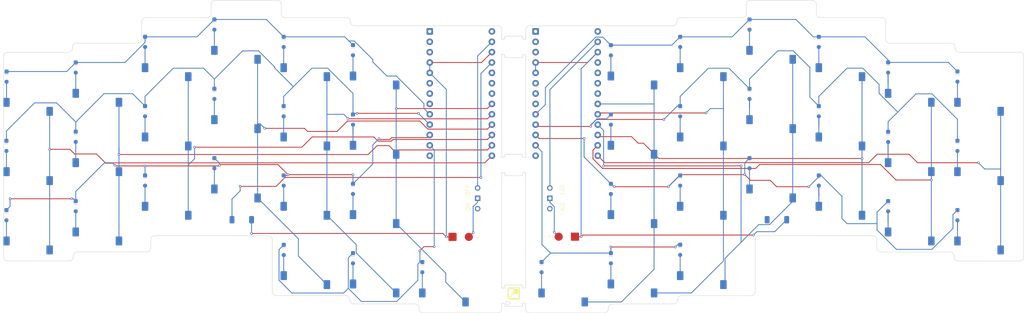
<source format=kicad_pcb>
(kicad_pcb (version 20241229) (generator "pcbnew") (generator_version "9.0")
  (layers (0 "F.Cu" signal) (2 "B.Cu" signal) (13 "F.Paste" user) (15 "B.Paste" user) (5 "F.SilkS" user "F.Silkscreen") (7 "B.SilkS" user "B.Silkscreen") (1 "F.Mask" user) (3 "B.Mask" user) (25 "Edge.Cuts" user))
  (net 0 "")
  (net 1 "GND_L")
  (net 2 "Net-(BAT_L1-BAT+)")
  (net 3 "GND_R")
  (net 4 "Net-(BAT_R1-BAT+)")
  (net 5 "ROW_L0")
  (net 6 "Net-(D1-A)")
  (net 7 "Net-(D2-A)")
  (net 8 "Net-(D3-A)")
  (net 9 "Net-(D4-A)")
  (net 10 "Net-(D5-A)")
  (net 11 "Net-(D6-A)")
  (net 12 "Net-(D7-A)")
  (net 13 "ROW_L1")
  (net 14 "Net-(D8-A)")
  (net 15 "Net-(D9-A)")
  (net 16 "Net-(D10-A)")
  (net 17 "Net-(D11-A)")
  (net 18 "Net-(D12-A)")
  (net 19 "Net-(D13-A)")
  (net 20 "ROW_L2")
  (net 21 "Net-(D14-A)")
  (net 22 "Net-(D15-A)")
  (net 23 "Net-(D16-A)")
  (net 24 "Net-(D17-A)")
  (net 25 "Net-(D18-A)")
  (net 26 "Net-(D19-A)")
  (net 27 "ROW_L3")
  (net 28 "Net-(D20-A)")
  (net 29 "Net-(D21-A)")
  (net 30 "ROW_R0")
  (net 31 "Net-(D22-A)")
  (net 32 "Net-(D23-A)")
  (net 33 "Net-(D24-A)")
  (net 34 "Net-(D25-A)")
  (net 35 "Net-(D26-A)")
  (net 36 "Net-(D27-A)")
  (net 37 "Net-(D28-A)")
  (net 38 "ROW_R1")
  (net 39 "Net-(D29-A)")
  (net 40 "Net-(D30-A)")
  (net 41 "Net-(D31-A)")
  (net 42 "Net-(D32-A)")
  (net 43 "Net-(D33-A)")
  (net 44 "Net-(D34-A)")
  (net 45 "ROW_R2")
  (net 46 "Net-(D35-A)")
  (net 47 "Net-(D36-A)")
  (net 48 "Net-(D37-A)")
  (net 49 "Net-(D38-A)")
  (net 50 "Net-(D39-A)")
  (net 51 "ROW_R3")
  (net 52 "Net-(D40-A)")
  (net 53 "Net-(D41-A)")
  (net 54 "Net-(D42-A)")
  (net 57 "COL_L1")
  (net 59 "COL_L4")
  (net 62 "COL_L5")
  (net 65 "COL_L2")
  (net 66 "RAW_L")
  (net 67 "COL_L0")
  (net 69 "COL_L3")
  (net 71 "COL_R4")
  (net 72 "COL_R1")
  (net 74 "COL_R2")
  (net 75 "COL_R5")
  (net 80 "RAW_R")
  (net 82 "COL_R0")
  (net 85 "COL_R3")
  (net 89 "RESET_L")
  (net 90 "RESET_R")
  (footprint "turfing:Kailh PG1350" (layer "F.Cu") (at 66 106.25)
    (property "Reference" "SW16")
    (property "Value" "~" (hide yes))
  )
  (footprint "turfing:Kailh PG1350" (layer "F.Cu") (at 197.25 89.25)
    (property "Reference" "SW29")
    (property "Value" "~" (hide yes))
  )
  (footprint "turfing:SOD323" (layer "F.Cu") (at 223.4524 86.6251)
    (property "Reference" "D31" (hide yes))
    (property "Value" "Diode" (hide yes))
  )
  (footprint "turfing:SOD323" (layer "F.Cu") (at 109.2 71.6501)
    (property "Reference" "D1" (hide yes))
    (property "Value" "Diode" (hide yes))
  )
  (footprint "turfing:Kailh PG1350" (layer "F.Cu") (at 117 125.29)
    (property "Reference" "SW20")
    (property "Value" "~" (hide yes))
  )
  (footprint "turfing:SOD323" (layer "F.Cu") (at 240.4524 92.9251)
    (property "Reference" "D32" (hide yes))
    (property "Value" "Diode" (hide yes))
  )
  (footprint "turfing:Kailh PG1350" (layer "F.Cu") (at 197.25 123.25)
    (property "Reference" "SW42")
    (property "Value" "~" (hide yes))
  )
  (footprint "turfing:SOD323" (layer "F.Cu") (at 41.2024 109.9251)
    (property "Reference" "D17" (hide yes))
    (property "Value" "Diode" (hide yes))
  )
  (footprint "turfing:SOD323" (layer "F.Cu") (at 58.2 86.625)
    (property "Reference" "D10" (hide yes))
    (property "Value" "Diode" (hide yes))
  )
  (footprint "turfing:SOD323" (layer "F.Cu") (at 24.2 95.125)
    (property "Reference" "D12" (hide yes))
    (property "Value" "Diode" (hide yes))
  )
  (footprint "turfing:Kailh PG1350" (layer "F.Cu") (at 49 112.54)
    (property "Reference" "SW17")
    (property "Value" "~" (hide yes))
  )
  (footprint "turfing:Kailh PG1350" (layer "F.Cu") (at 49 78.54)
    (property "Reference" "SW5")
    (property "Value" "~" (hide yes))
  )
  (footprint "turfing:SOD323" (layer "F.Cu") (at 257.45 78.125)
    (property "Reference" "D27" (hide yes))
    (property "Value" "Diode" (hide yes))
  )
  (footprint "turfing:Kailh PG1350" (layer "F.Cu") (at 66 89.25)
    (property "Reference" "SW10")
    (property "Value" "~" (hide yes))
  )
  (footprint "turfing:ProMicro_NN" (layer "F.Cu") (at 136.03 82.18)
    (property "Reference" "MCU_L1" (hide yes))
    (property "Value" "Pro Micro" (hide yes))
  )
  (footprint "turfing:SOD323" (layer "F.Cu") (at 206.4524 82.3751)
    (property "Reference" "D30" (hide yes))
    (property "Value" "Diode" (hide yes))
  )
  (footprint "turfing:Kailh PG1350" (layer "F.Cu") (at 214.25 68)
    (property "Reference" "SW24")
    (property "Value" "~" (hide yes))
  )
  (footprint "turfing:Kailh PG1350" (layer "F.Cu") (at 66 72.25)
    (property "Reference" "SW4")
    (property "Value" "~" (hide yes))
  )
  (footprint "turfing:Kailh PG1350" (layer "F.Cu") (at 180.25 74.29)
    (property "Reference" "SW22")
    (property "Value" "~" (hide yes))
  )
  (footprint "turfing:Kailh PG1350" (layer "F.Cu") (at 214.25 102)
    (property "Reference" "SW36")
    (property "Value" "~" (hide yes))
  )
  (footprint "turfing:Kailh PG1350" (layer "F.Cu") (at 180.25 108.29)
    (property "Reference" "SW34")
    (property "Value" "~" (hide yes))
  )
  (footprint "turfing:SOD323" (layer "F.Cu") (at 92.2024 103.6251)
    (property "Reference" "D14" (hide yes))
    (property "Value" "Diode" (hide yes))
  )
  (footprint "turfing:SOD323" (layer "F.Cu") (at 75.2024 65.3751)
    (property "Reference" "D3" (hide yes))
    (property "Value" "Diode" (hide yes))
  )
  (footprint "turfing:Kailh PG1350" (layer "F.Cu") (at 83 102)
    (property "Reference" "SW15")
    (property "Value" "~" (hide yes))
  )
  (footprint "turfing:Kailh PG1350" (layer "F.Cu") (at 163.25 127.5)
    (property "Reference" "SW40")
    (property "Value" "~" (hide yes))
  )
  (footprint "turfing:Kailh PG1350" (layer "F.Cu") (at 117 91.29)
    (property "Reference" "SW7")
    (property "Value" "~" (hide yes))
  )
  (footprint "turfing:SOD323" (layer "F.Cu") (at 92.2274 120.6501)
    (property "Reference" "D21" (hide yes))
    (property "Value" "Diode" (hide yes))
  )
  (footprint "turfing:Kailh PG1350" (layer "F.Cu") (at 197.25 72.25)
    (property "Reference" "SW23")
    (property "Value" "~" (hide yes))
  )
  (footprint "turfing:BSI-10H" (layer "F.Cu") (at 154.191 108 90)
    (property "Reference" "PW_R1" (hide yes))
    (property "Value" "NSI-10HS" (hide yes))
  )
  (footprint "turfing:SOD323" (layer "F.Cu") (at 75.2024 82.3751)
    (property "Reference" "D9" (hide yes))
    (property "Value" "Diode" (hide yes))
  )
  (footprint "turfing:Kailh PG1350" (layer "F.Cu") (at 248.25 95.54)
    (property "Reference" "SW32")
    (property "Value" "~" (hide yes))
  )
  (footprint "turfing:SOD323" (layer "F.Cu") (at 172.4524 71.6751)
    (property "Reference" "D22" (hide yes))
    (property "Value" "Diode" (hide yes))
  )
  (footprint "turfing:SOD323" (layer "F.Cu") (at 172.4524 88.6751)
    (property "Reference" "D28" (hide yes))
    (property "Value" "Diode" (hide yes))
  )
  (footprint "turfing:SOD323" (layer "F.Cu") (at 257.4524 112.1251)
    (property "Reference" "D39" (hide yes))
    (property "Value" "Diode" (hide yes))
  )
  (footprint "turfing:Battery" (layer "F.Cu") (at 135.785 117.525 180)
    (property "Reference" "BAT_L1" (hide yes))
    (property "Value" "~" (hide yes))
  )
  (footprint "turfing:Kailh PG1350" (layer "F.Cu") (at 83 68)
    (property "Reference" "SW3")
    (property "Value" "~" (hide yes))
  )
  (footprint "turfing:SOD323" (layer "F.Cu") (at 189.4524 69.6251)
    (property "Reference" "D23" (hide yes))
    (property "Value" "Diode" (hide yes))
  )
  (footprint "turfing:Kailh PG1350" (layer "F.Cu") (at 100 123.25)
    (property "Reference" "SW21")
    (property "Value" "~" (hide yes))
  )
  (footprint "turfing:Kailh PG1350" (layer "F.Cu") (at 248.25 112.54)
    (property "Reference" "SW38")
    (property "Value" "~" (hide yes))
  )
  (footprint "turfing:SOD323" (layer "F.Cu") (at 41.2024 75.9251)
    (property "Reference" "D5" (hide yes))
    (property "Value" "Diode" (hide yes))
  )
  (footprint "turfing:Kailh PG1350" (layer "F.Cu") (at 231.25 72.25)
    (property "Reference" "SW25")
    (property "Value" "~" (hide yes))
  )
  (footprint "turfing:Kailh PG1350" (layer "F.Cu") (at 100 89.25)
    (property "Reference" "SW8")
    (property "Value" "~" (hide yes))
  )
  (footprint "turfing:SOD323" (layer "F.Cu") (at 126.2024 124.8751)
    (property "Reference" "D19" (hide yes))
    (property "Value" "Diode" (hide yes))
  )
  (footprint "turfing:Kailh PG1350" (layer "F.Cu") (at 134 127.5)
    (property "Reference" "SW19")
    (property "Value" "~" (hide yes))
  )
  (footprint "turfing:SOD323" (layer "F.Cu") (at 240.4524 75.9001)
    (property "Reference" "D26" (hide yes))
    (property "Value" "Diode" (hide yes))
  )
  (footprint "turfing:Kailh PG1350" (layer "F.Cu") (at 214.25 85)
    (property "Reference" "SW30")
    (property "Value" "~" (hide yes))
  )
  (footprint "turfing:SOD323" (layer "F.Cu") (at 109.2024 88.6751)
    (property "Reference" "D7" (hide yes))
    (property "Value" "Diode" (hide yes))
  )
  (footprint "turfing:Kailh PG1350" (layer "F.Cu") (at 32 97.75)
    (property "Reference" "SW12")
    (property "Value" "~" (hide yes))
  )
  (footprint "turfing:Kailh PG1350" (layer "F.Cu") (at 49 95.54)
    (property "Reference" "SW11")
    (property "Value" "~" (hide yes))
  )
  (footprint "turfing:Reset" (layer "F.Cu") (at 81.875 113.24)
    (property "Reference" "RS_L1")
    (property "Value" "~" (hide yes))
  )
  (footprint "turfing:SOD323" (layer "F.Cu") (at 240.4524 109.9251)
    (property "Reference" "D38" (hide yes))
    (property "Value" "Diode" (hide yes))
  )
  (footprint "turfing:Kailh PG1350" (layer "F.Cu") (at 265.25 80.75)
    (property "Reference" "SW27")
    (property "Value" "~" (hide yes))
  )
  (footprint "turfing:SOD323" (layer "F.Cu") (at 109.2024 122.6751)
    (property "Reference" "D20" (hide yes))
    (property "Value" "Diode" (hide yes))
  )
  (footprint "turfing:SOD323" (layer "F.Cu") (at 172.45 122.675)
    (property "Reference" "D41" (hide yes))
    (property "Value" "Diode" (hide yes))
  )
  (footprint "turfing:Kailh PG1350" (layer "F.Cu") (at 117 108.29)
    (property "Reference" "SW13")
    (property "Value" "~" (hide yes))
  )
  (footprint "turfing:BSI-10H" (layer "F.Cu") (at 143.069 108 -90)
    (property "Reference" "PW_L1" (hide yes))
    (property "Value" "NSI-10HS" (hide yes))
  )
  (footprint "turfing:SOD323" (layer "F.Cu") (at 24.2024 112.1251)
    (property "Reference" "D18" (hide yes))
    (property "Value" "Diode" (hide yes))
  )
  (footprint "turfing:SOD323" (layer "F.Cu") (at 206.45 65.375)
    (property "Reference" "D24" (hide yes))
    (property "Value" "Diode" (hide yes))
  )
  (footprint "turfing:SOD323" (layer "F.Cu") (at 109.2024 105.6751)
    (property "Reference" "D13" (hide yes))
    (property "Value" "Diode" (hide yes))
  )
  (footprint "turfing:SOD323" (layer "F.Cu") (at 58.2024 69.6251)
    (property "Reference" "D4" (hide yes))
    (property "Value" "Diode" (hide yes))
  )
  (footprint "turfing:ProMicro_NN" (layer "F.Cu") (at 161.99 82.18)
    (property "Reference" "MCU_R1" (hide yes))
    (property "Value" "Pro Micro" (hide yes))
  )
  (footprint "turfing:Kailh PG1350" (layer "F.Cu") (at 197.25 106.25)
    (property "Reference" "SW35")
    (property "Value" "~" (hide yes))
  )
  (footprint "turfing:Kailh PG1350" (layer "F.Cu") (at 231.25 89.25)
    (property "Reference" "SW31")
    (property "Value" "~" (hide yes))
  )
  (footprint "turfing:Kailh PG1350" (layer "F.Cu") (at 100 72.25)
    (property "Reference" "SW2")
    (property "Value" "~" (hide yes))
  )
  (footprint "turfing:SOD323" (layer "F.Cu") (at 24.2274 78.1501)
    (property "Reference" "D6" (hide yes))
    (property "Value" "Diode" (hide yes))
  )
  (footprint "turfing:Kailh PG1350" (layer "F.Cu") (at 83 85)
    (property "Reference" "SW9")
    (property "Value" "~" (hide yes))
  )
  (footprint "turfing:Kailh PG1350" (layer "F.Cu") (at 265.25 114.75)
    (property "Reference" "SW39")
    (property "Value" "~" (hide yes))
  )
  (footprint "turfing:Kailh PG1350" (layer "F.Cu") (at 32 114.75)
    (property "Reference" "SW18")
    (property "Value" "~" (hide yes))
  )
  (footprint "turfing:inpudiy" (layer "F.Cu") (at 148.61 131.33)
    (property "Reference" "G***" (hide yes))
    (property "Value" "LOGO" (hide yes))
  )
  (footprint "turfing:Kailh PG1350" (layer "F.Cu") (at 265.25 97.75)
    (property "Reference" "SW33")
    (property "Value" "~" (hide yes))
  )
  (footprint "turfing:SOD323" (layer "F.Cu") (at 223.4524 103.6251)
    (property "Reference" "D37" (hide yes))
    (property "Value" "Diode" (hide yes))
  )
  (footprint "turfing:SOD323" (layer "F.Cu") (at 223.4524 69.6251)
    (property "Reference" "D25" (hide yes))
    (property "Value" "Diode" (hide yes))
  )
  (footprint "turfing:Kailh PG1350" (layer "F.Cu") (at 100 106.25)
    (property "Reference" "SW14")
    (property "Value" "~" (hide yes))
  )
  (footprint "turfing:SOD323" (layer "F.Cu") (at 189.4524 120.6251)
    (property "Reference" "D42" (hide yes))
    (property "Value" "Diode" (hide yes))
  )
  (footprint "turfing:SOD323" (layer "F.Cu") (at 41.2024 92.9001)
    (property "Reference" "D11" (hide yes))
    (property "Value" "Diode" (hide yes))
  )
  (footprint "turfing:SOD323" (layer "F.Cu") (at 172.4524 105.6751)
    (property "Reference" "D34" (hide yes))
    (property "Value" "Diode" (hide yes))
  )
  (footprint "turfing:Kailh PG1350" (layer "F.Cu") (at 32 80.75)
    (property "Reference" "SW6")
    (property "Value" "~" (hide yes))
  )
  (footprint "turfing:SOD323" (layer "F.Cu") (at 75.2024 99.3751)
    (property "Reference" "D15" (hide yes))
    (property "Value" "Diode" (hide yes))
  )
  (footprint "turfing:SOD323" (layer "F.Cu") (at 92.2024 69.6251)
    (property "Reference" "D2" (hide yes))
    (property "Value" "Diode" (hide yes))
  )
  (footprint "turfing:SOD323" (layer "F.Cu") (at 257.4524 95.1251)
    (property "Reference" "D33" (hide yes))
    (property "Value" "Diode" (hide yes))
  )
  (footprint "turfing:SOD323" (layer "F.Cu") (at 189.4524 86.6251)
    (property "Reference" "D29" (hide yes))
    (property "Value" "Diode" (hide yes))
  )
  (footprint "turfing:Kailh PG1350" (layer "F.Cu") (at 117 74.29)
    (property "Reference" "SW1")
    (property "Value" "~" (hide yes))
  )
  (footprint "turfing:SOD323" (layer "F.Cu") (at 206.45 99.375)
    (property "Reference" "D36" (hide yes))
    (property "Value" "Diode" (hide yes))
  )
  (footprint "turfing:SOD323" (layer "F.Cu") (at 155.4524 124.8751)
    (property "Reference" "D40" (hide yes))
    (property "Value" "Diode" (hide yes))
  )
  (footprint "turfing:SOD323" (layer "F.Cu") (at 58.2024 103.6251)
    (property "Reference" "D16" (hide yes))
    (property "Value" "Diode" (hide yes))
  )
  (footprint "turfing:Kailh PG1350" (layer "F.Cu") (at 180.25 125.29)
    (property "Reference" "SW41")
    (property "Value" "~" (hide yes))
  )
  (footprint "turfing:SOD323" (layer "F.Cu") (at 189.45 103.625)
    (property "Reference" "D35" (hide yes))
    (property "Value" "Diode" (hide yes))
  )
  (footprint "turfing:Kailh PG1350" (layer "F.Cu") (at 180.25 91.29)
    (property "Reference" "SW28")
    (property "Value" "~" (hide yes))
  )
  (footprint "turfing:Battery" (layer "F.Cu") (at 161.475 117.325)
    (property "Reference" "BAT_R1" (hide yes))
    (property "Value" "~" (hide yes))
  )
  (footprint "turfing:Kailh PG1350" (layer "F.Cu") (at 248.25 78.54)
    (property "Reference" "SW26")
    (property "Value" "~" (hide yes))
  )
  (footprint "turfing:Kailh PG1350" (layer "F.Cu") (at 231.25 106.25)
    (property "Reference" "SW37")
    (property "Value" "~" (hide yes))
  )
  (footprint "turfing:SOD323" (layer "F.Cu") (at 92.2 86.625)
    (property "Reference" "D8" (hide yes))
    (property "Value" "Diode" (hide yes))
  )
  (footprint "turfing:Reset" (layer "F.Cu") (at 213.125 113.24)
    (property "Reference" "RS_R1")
    (property "Value" "~" (hide yes))
  )
  (gr_line (start 146.175355 130) (end 145.675355 130) (stroke (width 0.1)) (layer "Edge.Cuts"))
  (gr_line (start 145.675355 130) (end 145.675355 101.675) (stroke (width 0.1)) (layer "Edge.Cuts"))
  (gr_line (start 237.64748 118.160859) (end 237.644708 120.158409) (stroke (width 0.1)) (layer "Edge.Cuts"))
  (gr_arc (start 145.675355 135.100355) (mid 145.382336 135.807232) (end 144.675355 136.1) (stroke (width 0.1)) (layer "Edge.Cuts"))
  (gr_arc (start 240.85 69.94) (mid 240.142893 69.647107) (end 239.85 68.94) (stroke (width 0.1)) (layer "Edge.Cuts"))
  (gr_arc (start 171.82969 135.1) (mid 171.536796 135.807103) (end 170.82969 136.1) (stroke (width 0.1)) (layer "Edge.Cuts"))
  (gr_arc (start 150.805099 133.99929) (mid 150.878322 133.822513) (end 151.055099 133.74929) (stroke (width 0.1)) (layer "Edge.Cuts"))
  (gr_line (start 256.85 71.15) (end 256.85 70.94) (stroke (width 0.1)) (layer "Edge.Cuts"))
  (gr_line (start 23.5 73.178115) (end 23.5 122.358922) (stroke (width 0.1)) (layer "Edge.Cuts"))
  (gr_arc (start 88.400176 117.149656) (mid 89.107071 117.442665) (end 89.399848 118.149656) (stroke (width 0.1)) (layer "Edge.Cuts"))
  (gr_line (start 89.399848 118.149656) (end 89.399848 130.849984) (stroke (width 0.1)) (layer "Edge.Cuts"))
  (gr_arc (start 188.82969 132.85) (mid 189.122583 132.14289) (end 189.82969 131.85) (stroke (width 0.1)) (layer "Edge.Cuts"))
  (gr_arc (start 57.4 64.65) (mid 57.692893 63.942893) (end 58.4 63.65) (stroke (width 0.1)) (layer "Edge.Cuts"))
  (gr_arc (start 90.6 59.4) (mid 91.307107 59.692893) (end 91.6 60.4) (stroke (width 0.1)) (layer "Edge.Cuts"))
  (gr_arc (start 40.6 122.350521) (mid 40.307291 123.057444) (end 39.600521 123.350521) (stroke (width 0.1)) (layer "Edge.Cuts"))
  (gr_arc (start 150.55 97.175) (mid 150.726776 97.248224) (end 150.8 97.425) (stroke (width 0.1)) (layer "Edge.Cuts"))
  (gr_line (start 146.175355 72.7) (end 145.675355 72.7) (stroke (width 0.1)) (layer "Edge.Cuts"))
  (gr_line (start 150.55 97.175) (end 146.670657 97.175) (stroke (width 0.1)) (layer "Edge.Cuts"))
  (gr_line (start 56.4 69.94) (end 41.4 69.94) (stroke (width 0.1)) (layer "Edge.Cuts"))
  (gr_arc (start 90.399848 131.85) (mid 89.692705 131.557118) (end 89.399848 130.849984) (stroke (width 0.1)) (layer "Edge.Cuts"))
  (gr_arc (start 257.630547 123.369479) (mid 256.923094 123.076778) (end 256.630026 122.369479) (stroke (width 0.1)) (layer "Edge.Cuts"))
  (gr_arc (start 23.5 73.178115) (mid 23.792226 72.471676) (end 24.498113 72.178117) (stroke (width 0.1)) (layer "Edge.Cuts"))
  (gr_arc (start 152.555045 136.1) (mid 151.847784 135.806997) (end 151.555045 135.099645) (stroke (width 0.1)) (layer "Edge.Cuts"))
  (gr_arc (start 255.630231 121.159795) (mid 256.33719 121.45277) (end 256.630026 122.159795) (stroke (width 0.1)) (layer "Edge.Cuts"))
  (gr_line (start 108.4 132.85) (end 108.4 132.89) (stroke (width 0.1)) (layer "Edge.Cuts"))
  (gr_line (start 39.600521 123.350521) (end 24.500556 123.358922) (stroke (width 0.1)) (layer "Edge.Cuts"))
  (gr_arc (start 150.805099 73.19929) (mid 150.731876 73.376067) (end 150.555099 73.44929) (stroke (width 0.1)) (layer "Edge.Cuts"))
  (gr_arc (start 188.65 64.69) (mid 188.357107 65.397107) (end 187.65 65.69) (stroke (width 0.1)) (layer "Edge.Cuts"))
  (gr_arc (start 146.425355 68.7) (mid 146.352132 68.876777) (end 146.175355 68.95) (stroke (width 0.1)) (layer "Edge.Cuts"))
  (gr_arc (start 146.425355 97.425) (mid 146.498578 97.248223) (end 146.675355 97.175) (stroke (width 0.1)) (layer "Edge.Cuts"))
  (gr_line (start 151.055099 101.67429) (end 151.555101 101.67429) (stroke (width 0.1)) (layer "Edge.Cuts"))
  (gr_arc (start 59.594238 118.139149) (mid 59.887727 117.432813) (end 60.594566 117.140537) (stroke (width 0.1)) (layer "Edge.Cuts"))
  (gr_arc (start 150.805099 102.17429) (mid 150.731876 102.351067) (end 150.555099 102.42429) (stroke (width 0.1)) (layer "Edge.Cuts"))
  (gr_line (start 256.630026 122.159795) (end 256.630026 122.369479) (stroke (width 0.1)) (layer "Edge.Cuts"))
  (gr_line (start 150.8 97.675) (end 150.8 97.425) (stroke (width 0.1)) (layer "Edge.Cuts"))
  (gr_line (start 58.591461 121.140205) (end 41.603162 121.140205) (stroke (width 0.1)) (layer "Edge.Cuts"))
  (gr_line (start 126.4 136.1) (end 144.675355 136.1) (stroke (width 0.1)) (layer "Edge.Cuts"))
  (gr_line (start 74.4 60.4) (end 74.4 62.65) (stroke (width 0.1)) (layer "Edge.Cuts"))
  (gr_arc (start 109.4 133.89) (mid 108.692893 133.597107) (end 108.4 132.89) (stroke (width 0.1)) (layer "Edge.Cuts"))
  (gr_line (start 150.55 68.2) (end 146.670657 68.2) (stroke (width 0.1)) (layer "Edge.Cuts"))
  (gr_line (start 144.675355 65.69) (end 109.6 65.69) (stroke (width 0.1)) (layer "Edge.Cuts"))
  (gr_line (start 151.555101 72.69929) (end 151.55 97.925) (stroke (width 0.1)) (layer "Edge.Cuts"))
  (gr_line (start 171.82969 134.89) (end 171.82969 135.1) (stroke (width 0.1)) (layer "Edge.Cuts"))
  (gr_line (start 151.05 130) (end 151.55 130) (stroke (width 0.1)) (layer "Edge.Cuts"))
  (gr_line (start 150.55 129.25) (end 146.670657 129.25) (stroke (width 0.1)) (layer "Edge.Cuts"))
  (gr_arc (start 146.425355 97.675) (mid 146.352132 97.851777) (end 146.175355 97.925) (stroke (width 0.1)) (layer "Edge.Cuts"))
  (gr_arc (start 272.75 72.15) (mid 273.457107 72.442893) (end 273.75 73.15) (stroke (width 0.1)) (layer "Edge.Cuts"))
  (gr_arc (start 188.82969 132.89) (mid 188.536796 133.597103) (end 187.82969 133.89) (stroke (width 0.1)) (layer "Edge.Cuts"))
  (gr_line (start 90.6 59.4) (end 75.4 59.4) (stroke (width 0.1)) (layer "Edge.Cuts"))
  (gr_line (start 59.594238 118.139149) (end 59.59146 120.141593) (stroke (width 0.1)) (layer "Edge.Cuts"))
  (gr_line (start 150.805099 101.92429) (end 150.805099 102.17429) (stroke (width 0.1)) (layer "Edge.Cuts"))
  (gr_line (start 150.805099 72.94929) (end 150.805099 73.19929) (stroke (width 0.1)) (layer "Edge.Cuts"))
  (gr_line (start 40.4 71.15) (end 40.4 70.94) (stroke (width 0.1)) (layer "Edge.Cuts"))
  (gr_arc (start 150.805099 134.24929) (mid 150.731876 134.426067) (end 150.555099 134.49929) (stroke (width 0.1)) (layer "Edge.Cuts"))
  (gr_circle (center 147.15 133.69) (end 147.56 133.95) (stroke (width 0.1)) (fill no) (layer "Edge.Cuts"))
  (gr_arc (start 151.05 130) (mid 150.873223 129.926777) (end 150.8 129.75) (stroke (width 0.1)) (layer "Edge.Cuts"))
  (gr_line (start 187.65 65.69) (end 152.579335 65.69) (stroke (width 0.1)) (layer "Edge.Cuts"))
  (gr_arc (start 205.65 60.4) (mid 205.942893 59.692893) (end 206.65 59.4) (stroke (width 0.1)) (layer "Edge.Cuts"))
  (gr_line (start 125.4 134.89) (end 125.4 135.1) (stroke (width 0.1)) (layer "Edge.Cuts"))
  (gr_line (start 151.579335 66.69) (end 151.579335 68.95) (stroke (width 0.1)) (layer "Edge.Cuts"))
  (gr_line (start 207.829874 118.150329) (end 207.829874 130.85) (stroke (width 0.1)) (layer "Edge.Cuts"))
  (gr_arc (start 255.85 69.94) (mid 256.557107 70.232893) (end 256.85 70.94) (stroke (width 0.1)) (layer "Edge.Cuts"))
  (gr_line (start 204.65 63.65) (end 189.65 63.65) (stroke (width 0.1)) (layer "Edge.Cuts"))
  (gr_line (start 146.425355 101.925) (end 146.425355 102.175) (stroke (width 0.1)) (layer "Edge.Cuts"))
  (gr_line (start 205.65 62.65) (end 205.65 60.4) (stroke (width 0.1)) (layer "Edge.Cuts"))
  (gr_arc (start 146.675355 102.425) (mid 146.498578 102.351777) (end 146.425355 102.175) (stroke (width 0.1)) (layer "Edge.Cuts"))
  (gr_arc (start 238.85 63.65) (mid 239.557107 63.942893) (end 239.85 64.65) (stroke (width 0.1)) (layer "Edge.Cuts"))
  (gr_arc (start 205.65 62.65) (mid 205.357107 63.357107) (end 204.65 63.65) (stroke (width 0.1)) (layer "Edge.Cuts"))
  (gr_arc (start 150.805099 101.92429) (mid 150.878322 101.747513) (end 151.055099 101.67429) (stroke (width 0.1)) (layer "Edge.Cuts"))
  (gr_arc (start 146.175355 101.675) (mid 146.352132 101.748223) (end 146.425355 101.925) (stroke (width 0.1)) (layer "Edge.Cuts"))
  (gr_line (start 151.0501 68.95) (end 151.579335 68.95) (stroke (width 0.1)) (layer "Edge.Cuts"))
  (gr_line (start 145.675355 133.75) (end 145.675355 135.1) (stroke (width 0.1)) (layer "Edge.Cuts"))
  (gr_arc (start 107.4 131.85) (mid 108.107107 132.142893) (end 108.4 132.85) (stroke (width 0.1)) (layer "Edge.Cuts"))
  (gr_arc (start 146.175355 133.75) (mid 146.352132 133.823223) (end 146.425355 134) (stroke (width 0.1)) (layer "Edge.Cuts"))
  (gr_arc (start 24.500556 123.358922) (mid 23.793082 123.066227) (end 23.5 122.358922) (stroke (width 0.1)) (layer "Edge.Cuts"))
  (gr_arc (start 223.85 63.65) (mid 223.142893 63.357107) (end 222.85 62.65) (stroke (width 0.1)) (layer "Edge.Cuts"))
  (gr_line (start 146.425355 97.675) (end 146.425355 97.425) (stroke (width 0.1)) (layer "Edge.Cuts"))
  (gr_line (start 272.75 72.15) (end 257.85 72.15) (stroke (width 0.1)) (layer "Edge.Cuts"))
  (gr_arc (start 92.6 63.65) (mid 91.892893 63.357107) (end 91.6 62.65) (stroke (width 0.1)) (layer "Edge.Cuts"))
  (gr_arc (start 150.805099 72.94929) (mid 150.878322 72.772513) (end 151.055099 72.69929) (stroke (width 0.1)) (layer "Edge.Cuts"))
  (gr_arc (start 74.4 62.65) (mid 74.107107 63.357107) (end 73.4 63.65) (stroke (width 0.1)) (layer "Edge.Cuts"))
  (gr_line (start 146.425355 129.75) (end 146.425355 129.5) (stroke (width 0.1)) (layer "Edge.Cuts"))
  (gr_arc (start 207.829874 118.150329) (mid 208.122872 117.443078) (end 208.830203 117.150329) (stroke (width 0.1)) (layer "Edge.Cuts"))
  (gr_line (start 88.400176 117.149656) (end 60.594566 117.140537) (stroke (width 0.1)) (layer "Edge.Cuts"))
  (gr_arc (start 236.64781 117.159471) (mid 237.355195 117.452971) (end 237.64748 118.160859) (stroke (width 0.1)) (layer "Edge.Cuts"))
  (gr_line (start 146.175355 97.925) (end 145.675355 97.925) (stroke (width 0.1)) (layer "Edge.Cuts"))
  (gr_line (start 206.829874 131.85) (end 189.82969 131.85) (stroke (width 0.1)) (layer "Edge.Cuts"))
  (gr_line (start 273.75 122.369479) (end 273.75 73.15) (stroke (width 0.1)) (layer "Edge.Cuts"))
  (gr_arc (start 40.6 122.140205) (mid 40.892964 121.433023) (end 41.600205 121.140205) (stroke (width 0.1)) (layer "Edge.Cuts"))
  (gr_arc (start 151.05 97.925) (mid 150.873242 97.851766) (end 150.8 97.675) (stroke (width 0.1)) (layer "Edge.Cuts"))
  (gr_arc (start 40.4 70.94) (mid 40.692893 70.232893) (end 41.4 69.94) (stroke (width 0.1)) (layer "Edge.Cuts"))
  (gr_line (start 146.675355 73.449999) (end 150.557221 73.44929) (stroke (width 0.1)) (layer "Edge.Cuts"))
  (gr_line (start 124.4 133.89) (end 109.4 133.89) (stroke (width 0.1)) (layer "Edge.Cuts"))
  (gr_line (start 146.175355 68.95) (end 145.675355 68.95) (stroke (width 0.1)) (layer "Edge.Cuts"))
  (gr_line (start 151.055099 133.74929) (end 151.555101 133.74929) (stroke (width 0.1)) (layer "Edge.Cuts"))
  (gr_arc (start 188.65 64.65) (mid 188.942893 63.942893) (end 189.65 63.65) (stroke (width 0.1)) (layer "Edge.Cuts"))
  (gr_line (start 146.175355 133.75) (end 145.675355 133.75) (stroke (width 0.1)) (layer "Edge.Cuts"))
  (gr_arc (start 151.579335 66.689645) (mid 151.872356 65.98278) (end 152.579335 65.69) (stroke (width 0.1)) (layer "Edge.Cuts"))
  (gr_line (start 236.64781 117.159471) (end 208.830203 117.150329) (stroke (width 0.1)) (layer "Edge.Cuts"))
  (gr_arc (start 273.75 122.369479) (mid 273.457107 123.076586) (end 272.75 123.369479) (stroke (width 0.1)) (layer "Edge.Cuts"))
  (gr_arc (start 146.675355 134.5) (mid 146.498578 134.426777) (end 146.425355 134.25) (stroke (width 0.1)) (layer "Edge.Cuts"))
  (gr_arc (start 107.6 63.65) (mid 108.307107 63.942893) (end 108.6 64.65) (stroke (width 0.1)) (layer "Edge.Cuts"))
  (gr_line (start 146.425355 134.004743) (end 146.425355 134.25) (stroke (width 0.1)) (layer "Edge.Cuts"))
  (gr_line (start 239.85 64.65) (end 239.85 68.94) (stroke (width 0.1)) (layer "Edge.Cuts"))
  (gr_line (start 150.8 129.75) (end 150.8 129.5) (stroke (width 0.1)) (layer "Edge.Cuts"))
  (gr_line (start 146.425355 68.7) (end 146.425355 68.45) (stroke (width 0.1)) (layer "Edge.Cuts"))
  (gr_line (start 150.552979 134.49929) (end 146.6754 134.5) (stroke (width 0.1)) (layer "Edge.Cuts"))
  (gr_line (start 188.82969 132.85) (end 188.82969 132.89) (stroke (width 0.1)) (layer "Edge.Cuts"))
  (gr_arc (start 74.4 60.4) (mid 74.692893 59.692893) (end 75.4 59.4) (stroke (width 0.1)) (layer "Edge.Cuts"))
  (gr_line (start 151.05 97.925) (end 151.55 97.925) (stroke (width 0.1)) (layer "Edge.Cuts"))
  (gr_line (start 150.8 68.7) (end 150.8 68.45) (stroke (width 0.1)) (layer "Edge.Cuts"))
  (gr_arc (start 171.82969 134.89) (mid 172.122583 134.18289) (end 172.82969 133.89) (stroke (width 0.1)) (layer "Edge.Cuts"))
  (gr_arc (start 238.644707 121.159796) (mid 237.93711 120.866412) (end 237.644708 120.158409) (stroke (width 0.1)) (layer "Edge.Cuts"))
  (gr_line (start 151.555101 101.67429) (end 151.55 130) (stroke (width 0.1)) (layer "Edge.Cuts"))
  (gr_line (start 146.425355 72.95) (end 146.425355 73.2) (stroke (width 0.1)) (layer "Edge.Cuts"))
  (gr_line (start 152.555045 136.1) (end 170.82969 136.1) (stroke (width 0.1)) (layer "Edge.Cuts"))
  (gr_line (start 172.82969 133.89) (end 187.82969 133.89) (stroke (width 0.1)) (layer "Edge.Cuts"))
  (gr_line (start 107.6 63.65) (end 92.6 63.65) (stroke (width 0.1)) (layer "Edge.Cuts"))
  (gr_arc (start 146.425355 129.75) (mid 146.352132 129.926777) (end 146.175355 130) (stroke (width 0.1)) (layer "Edge.Cuts"))
  (gr_arc (start 57.4 68.94) (mid 57.107107 69.647107) (end 56.4 69.94) (stroke (width 0.1)) (layer "Edge.Cuts"))
  (gr_arc (start 207.829874 130.850016) (mid 207.536974 131.557103) (end 206.829874 131.85) (stroke (width 0.1)) (layer "Edge.Cuts"))
  (gr_arc (start 151.05 68.95) (mid 150.873242 68.876766) (end 150.8 68.7) (stroke (width 0.1)) (layer "Edge.Cuts"))
  (gr_arc (start 40.4 71.15) (mid 40.107107 71.857107) (end 39.4 72.15) (stroke (width 0.1)) (layer "Edge.Cuts"))
  (gr_line (start 107.4 131.85) (end 90.399848 131.85) (stroke (width 0.1)) (layer "Edge.Cuts"))
  (gr_arc (start 126.4 136.1) (mid 125.692893 135.807107) (end 125.4 135.1) (stroke (width 0.1)) (layer "Edge.Cuts"))
  (gr_line (start 188.65 64.65) (end 188.65 64.69) (stroke (width 0.1)) (layer "Edge.Cuts"))
  (gr_arc (start 59.59146 120.141593) (mid 59.298073 120.847785) (end 58.591461 121.140205) (stroke (width 0.1)) (layer "Edge.Cuts"))
  (gr_line (start 151.555101 135.099645) (end 151.555101 133.74929) (stroke (width 0.1)) (layer "Edge.Cuts"))
  (gr_line (start 257.630547 123.369478) (end 272.75 123.369479) (stroke (width 0.1)) (layer "Edge.Cuts"))
  (gr_arc (start 146.675355 73.45) (mid 146.498578 73.376777) (end 146.425355 73.2) (stroke (width 0.1)) (layer "Edge.Cuts"))
  (gr_arc (start 257.85 72.15) (mid 257.142893 71.857107) (end 256.85 71.15) (stroke (width 0.1)) (layer "Edge.Cuts"))
  (gr_line (start 255.630231 121.159796) (end 238.644707 121.159796) (stroke (width 0.1)) (layer "Edge.Cuts"))
  (gr_line (start 108.6 64.69) (end 108.6 64.65) (stroke (width 0.1)) (layer "Edge.Cuts"))
  (gr_line (start 73.4 63.65) (end 58.4 63.65) (stroke (width 0.1)) (layer "Edge.Cuts"))
  (gr_line (start 150.805099 133.99929) (end 150.805099 134.24929) (stroke (width 0.1)) (layer "Edge.Cuts"))
  (gr_arc (start 150.55 68.2) (mid 150.726776 68.273224) (end 150.8 68.45) (stroke (width 0.1)) (layer "Edge.Cuts"))
  (gr_line (start 40.6 122.140205) (end 40.6 122.350521) (stroke (width 0.1)) (layer "Edge.Cuts"))
  (gr_arc (start 144.675355 65.69) (mid 145.382462 65.982893) (end 145.675355 66.69) (stroke (width 0.1)) (layer "Edge.Cuts"))
  (gr_arc (start 150.55 129.25) (mid 150.726777 129.323223) (end 150.8 129.5) (stroke (width 0.1)) (layer "Edge.Cuts"))
  (gr_line (start 146.175355 101.675) (end 145.675355 101.675) (stroke (width 0.1)) (layer "Edge.Cuts"))
  (gr_arc (start 221.85 59.4) (mid 222.557107 59.692893) (end 222.85 60.4) (stroke (width 0.1)) (layer "Edge.Cuts"))
  (gr_arc (start 124.4 133.89) (mid 125.107107 134.182893) (end 125.4 134.89) (stroke (width 0.1)) (layer "Edge.Cuts"))
  (gr_arc (start 109.6 65.69) (mid 108.892893 65.397107) (end 108.6 64.69) (stroke (width 0.1)) (layer "Edge.Cuts"))
  (gr_line (start 145.675355 66.69) (end 145.675355 68.95) (stroke (width 0.1)) (layer "Edge.Cuts"))
  (gr_line (start 91.6 62.65) (end 91.6 60.4) (stroke (width 0.1)) (layer "Edge.Cuts"))
  (gr_line (start 223.85 63.65) (end 238.85 63.65) (stroke (width 0.1)) (layer "Edge.Cuts"))
  (gr_line (start 222.85 60.4) (end 222.85 62.65) (stroke (width 0.1)) (layer "Edge.Cuts"))
  (gr_line (start 221.85 59.4) (end 206.65 59.4) (stroke (width 0.1)) (layer "Edge.Cuts"))
  (gr_line (start 151.055099 72.69929) (end 151.555101 72.69929) (stroke (width 0.1)) (layer "Edge.Cuts"))
  (gr_line (start 240.85 69.94) (end 255.85 69.94) (stroke (width 0.1)) (layer "Edge.Cuts"))
  (gr_line (start 146.675355 102.424999) (end 150.557221 102.42429) (stroke (width 0.1)) (layer "Edge.Cuts"))
  (gr_arc (start 146.425355 129.5) (mid 146.498578 129.323223) (end 146.675355 129.25) (stroke (width 0.1)) (layer "Edge.Cuts"))
  (gr_line (start 145.675355 97.925) (end 145.675355 72.7) (stroke (width 0.1)) (layer "Edge.Cuts"))
  (gr_line (start 57.4 64.65) (end 57.4 68.94) (stroke (width 0.1)) (layer "Edge.Cuts"))
  (gr_arc (start 146.425355 68.45) (mid 146.498578 68.273223) (end 146.675355 68.2) (stroke (width 0.1)) (layer "Edge.Cuts"))
  (gr_arc (start 146.175355 72.7) (mid 146.352132 72.773223) (end 146.425355 72.95) (stroke (width 0.1)) (layer "Edge.Cuts"))
  (gr_line (start 39.4 72.15) (end 24.498113 72.178117) (stroke (width 0.1)) (layer "Edge.Cuts"))
  (gr_text "ON" (at 138.04 111.15 90) (layer "F.SilkS") (effects (font (size 1 1) (thickness 0.1)) (justify left bottom)))
  (gr_text "ON" (at 159.95 108.92 270) (layer "F.SilkS") (effects (font (size 1 1) (thickness 0.1)) (justify left bottom)))
  (gr_text "OFF" (at 159.83 104.57 270) (layer "F.SilkS") (effects (font (size 1 1) (thickness 0.1)) (justify left bottom)))
  (gr_text "OFF" (at 137.96 107.43 90) (layer "F.SilkS") (effects (font (size 1 1) (thickness 0.1)) (justify left bottom)))
  (segment (start 132.0891 117.45) (end 131.2498 116.6107) (width 0.2) (layer "F.Cu") (net 1))
  (segment (start 143.27 72.14) (end 140.73 74.68) (width 0.2) (layer "F.Cu") (net 1))
  (segment (start 140.73 74.68) (end 128.03 74.68) (width 0.2) (layer "F.Cu") (net 1))
  (segment (start 131.2498 116.6107) (end 84.325 116.6107) (width 0.2) (layer "F.Cu") (net 1))
  (segment (start 133.61 117.45) (end 132.0891 117.45) (width 0.2) (layer "F.Cu") (net 1))
  (via (at 132.0891 117.45) (size 0.6) (drill 0.3) (layers "F.Cu" "B.Cu") (net 1))
  (via (at 84.325 116.6107) (size 0.6) (drill 0.3) (layers "F.Cu" "B.Cu") (net 1))
  (segment (start 84.325 113.24) (end 84.325 116.6107) (width 0.2) (layer "B.Cu") (net 1))
  (segment (start 128.03 77.22) (end 128.03 74.68) (width 0.2) (layer "B.Cu") (net 1))
  (segment (start 132.0891 117.45) (end 132.0891 81.2791) (width 0.2) (layer "B.Cu") (net 1))
  (segment (start 132.0891 81.2791) (end 128.03 77.22) (width 0.2) (layer "B.Cu") (net 1))
  (segment (start 137.61 117.45) (end 138.6757 116.3843) (width 0.2) (layer "F.Cu") (net 2))
  (via (at 138.6757 116.3843) (size 0.6) (drill 0.3) (layers "F.Cu" "B.Cu") (net 2))
  (segment (start 139.769 108) (end 139.769 108.9557) (width 0.2) (layer "B.Cu") (net 2))
  (segment (start 138.6757 110.049) (end 138.6757 116.3843) (width 0.2) (layer "B.Cu") (net 2))
  (segment (start 139.769 108.9557) (end 138.6757 110.049) (width 0.2) (layer "B.Cu") (net 2))
  (segment (start 165.5498 117.0089) (end 165.1587 117.4) (width 0.2) (layer "F.Cu") (net 3))
  (segment (start 169.23 72.14) (end 166.69 74.68) (width 0.2) (layer "F.Cu") (net 3))
  (segment (start 163.65 117.4) (end 165.1587 117.4) (width 0.2) (layer "F.Cu") (net 3))
  (segment (start 166.69 74.68) (end 153.99 74.68) (width 0.2) (layer "F.Cu") (net 3))
  (segment (start 207.4193 117.0089) (end 165.5498 117.0089) (width 0.2) (layer "F.Cu") (net 3))
  (via (at 207.4193 117.0089) (size 0.6) (drill 0.3) (layers "F.Cu" "B.Cu") (net 3))
  (via (at 165.1587 117.4) (size 0.6) (drill 0.3) (layers "F.Cu" "B.Cu") (net 3))
  (segment (start 212.6384 116.1766) (end 208.2516 116.1766) (width 0.2) (layer "B.Cu") (net 3))
  (segment (start 165.1587 76.2113) (end 169.23 72.14) (width 0.2) (layer "B.Cu") (net 3))
  (segment (start 215.575 113.24) (end 212.6384 116.1766) (width 0.2) (layer "B.Cu") (net 3))
  (segment (start 208.2516 116.1766) (end 207.4193 117.0089) (width 0.2) (layer "B.Cu") (net 3))
  (segment (start 153.99 77.22) (end 153.99 74.68) (width 0.2) (layer "B.Cu") (net 3))
  (segment (start 165.1587 117.4) (end 165.1587 76.2113) (width 0.2) (layer "B.Cu") (net 3))
  (segment (start 159.65 117.4) (end 158.5717 116.3217) (width 0.2) (layer "F.Cu") (net 4))
  (via (at 158.5717 116.3217) (size 0.6) (drill 0.3) (layers "F.Cu" "B.Cu") (net 4))
  (segment (start 157.491 108.9557) (end 158.5717 110.0364) (width 0.2) (layer "B.Cu") (net 4))
  (segment (start 157.491 108) (end 157.491 108.9557) (width 0.2) (layer "B.Cu") (net 4))
  (segment (start 158.5717 110.0364) (end 158.5717 116.3217) (width 0.2) (layer "B.Cu") (net 4))
  (segment (start 70.9524 68.3751) (end 75.2024 64.1251) (width 0.2) (layer "B.Cu") (net 5))
  (segment (start 114.0502 73.9571) (end 114.0502 74.5334) (width 0.2) (layer "B.Cu") (net 5))
  (segment (start 117.5274 78.0106) (end 119.8404 78.0106) (width 0.2) (layer "B.Cu") (net 5))
  (segment (start 53.2696 74.6751) (end 58.2024 69.7423) (width 0.2) (layer "B.Cu") (net 5))
  (segment (start 75.2024 64.1251) (end 87.9524 64.1251) (width 0.2) (layer "B.Cu") (net 5))
  (segment (start 58.2024 68.3751) (end 70.9524 68.3751) (width 0.2) (layer "B.Cu") (net 5))
  (segment (start 108.1875 69.3876) (end 109.2 70.4001) (width 0.2) (layer "B.Cu") (net 5))
  (segment (start 109.4807 69.3876) (end 114.0502 73.9571) (width 0.2) (layer "B.Cu") (net 5))
  (segment (start 87.9524 64.1251) (end 92.2024 68.3751) (width 0.2) (layer "B.Cu") (net 5))
  (segment (start 114.0502 74.5334) (end 117.5274 78.0106) (width 0.2) (layer "B.Cu") (net 5))
  (segment (start 126.5902 84.7604) (end 126.5902 85.9402) (width 0.2) (layer "B.Cu") (net 5))
  (segment (start 38.9774 76.9001) (end 41.2024 74.6751) (width 0.2) (layer "B.Cu") (net 5))
  (segment (start 41.2024 74.6751) (end 53.2696 74.6751) (width 0.2) (layer "B.Cu") (net 5))
  (segment (start 92.2024 68.3751) (end 107.175 68.3751) (width 0.2) (layer "B.Cu") (net 5))
  (segment (start 24.2274 76.9001) (end 38.9774 76.9001) (width 0.2) (layer "B.Cu") (net 5))
  (segment (start 108.1875 69.3876) (end 109.4807 69.3876) (width 0.2) (layer "B.Cu") (net 5))
  (segment (start 58.2024 69.7423) (end 58.2024 68.3751) (width 0.2) (layer "B.Cu") (net 5))
  (segment (start 119.8404 78.0106) (end 126.5902 84.7604) (width 0.2) (layer "B.Cu") (net 5))
  (segment (start 126.5902 85.9402) (end 128.03 87.38) (width 0.2) (layer "B.Cu") (net 5))
  (segment (start 107.175 68.3751) (end 108.1875 69.3876) (width 0.2) (layer "B.Cu") (net 5))
  (segment (start 109.2 72.9001) (end 109.2 77.99) (width 0.2) (layer "B.Cu") (net 6))
  (segment (start 92.2024 75.9476) (end 92.2 75.95) (width 0.2) (layer "B.Cu") (net 7))
  (segment (start 92.2024 70.8751) (end 92.2024 75.9476) (width 0.2) (layer "B.Cu") (net 7))
  (segment (start 75.2 66.6275) (end 75.2024 66.6251) (width 0.2) (layer "B.Cu") (net 8))
  (segment (start 75.2 71.7) (end 75.2 66.6275) (width 0.2) (layer "B.Cu") (net 8))
  (segment (start 58.2024 70.8751) (end 58.2024 75.9476) (width 0.2) (layer "B.Cu") (net 9))
  (segment (start 58.2024 75.9476) (end 58.2 75.95) (width 0.2) (layer "B.Cu") (net 9))
  (segment (start 41.2024 77.1751) (end 41.2024 82.2376) (width 0.2) (layer "B.Cu") (net 10))
  (segment (start 41.2024 82.2376) (end 41.2 82.24) (width 0.2) (layer "B.Cu") (net 10))
  (segment (start 24.2274 84.4226) (end 24.2 84.45) (width 0.2) (layer "B.Cu") (net 11))
  (segment (start 24.2274 79.4001) (end 24.2274 84.4226) (width 0.2) (layer "B.Cu") (net 11))
  (segment (start 109.202 94.9876) (end 109.2 94.99) (width 0.2) (layer "B.Cu") (net 12))
  (segment (start 109.2024 92.4559) (end 109.2024 89.9251) (width 0.2) (layer "B.Cu") (net 12))
  (segment (start 109.202 92.4563) (end 109.202 94.9876) (width 0.2) (layer "B.Cu") (net 12))
  (segment (start 109.202 89.9251) (end 109.202 92.4563) (width 0.2) (layer "B.Cu") (net 12))
  (segment (start 109.202 92.4563) (end 109.2024 92.4559) (width 0.2) (layer "B.Cu") (net 12))
  (segment (start 125.2609 87.1509) (end 110.2151 87.1509) (width 0.2) (layer "F.Cu") (net 13))
  (via (at 110.2151 87.1509) (size 0.6) (drill 0.3) (layers "F.Cu" "B.Cu") (net 13))
  (via (at 125.2609 87.1509) (size 0.6) (drill 0.3) (layers "F.Cu" "B.Cu") (net 13))
  (segment (start 92.2 82.9891) (end 94.5834 80.6057) (width 0.2) (layer "B.Cu") (net 13))
  (segment (start 86.0353 71.8233) (end 90.0002 75.7882) (width 0.2) (layer "B.Cu") (net 13))
  (segment (start 36.5003 84.5742) (end 41.2024 89.2763) (width 0.2) (layer "B.Cu") (net 13))
  (segment (start 24.2 93.875) (end 24.2 91.4891) (width 0.2) (layer "B.Cu") (net 13))
  (segment (start 31.1149 84.5742) (end 36.5003 84.5742) (width 0.2) (layer "B.Cu") (net 13))
  (segment (start 65.1033 76.087) (end 72.5515 76.087) (width 0.2) (layer "B.Cu") (net 13))
  (segment (start 90.0002 75.7882) (end 90.0002 76.0226) (width 0.2) (layer "B.Cu") (net 13))
  (segment (start 41.2024 89.2763) (end 48.1527 82.326) (width 0.2) (layer "B.Cu") (net 13))
  (segment (start 102.993 76.0757) (end 109.2024 82.2851) (width 0.2) (layer "B.Cu") (net 13))
  (segment (start 92.2 85.375) (end 92.2 82.9891) (width 0.2) (layer "B.Cu") (net 13))
  (segment (start 109.2024 87.1509) (end 109.2024 87.4251) (width 0.2) (layer "B.Cu") (net 13))
  (segment (start 58.2 85.375) (end 58.2 82.9903) (width 0.2) (layer "B.Cu") (net 13))
  (segment (start 72.5515 76.087) (end 75.2024 78.7379) (width 0.2) (layer "B.Cu") (net 13))
  (segment (start 75.2024 81.1251) (end 75.2024 78.7379) (width 0.2) (layer "B.Cu") (net 13))
  (segment (start 75.2024 78.7379) (end 82.117 71.8233) (width 0.2) (layer "B.Cu") (net 13))
  (segment (start 41.2024 91.6501) (end 41.2024 89.2763) (width 0.2) (layer "B.Cu") (net 13))
  (segment (start 82.117 71.8233) (end 86.0353 71.8233) (width 0.2) (layer "B.Cu") (net 13))
  (segment (start 55.151 82.326) (end 58.2 85.375) (width 0.2) (layer "B.Cu") (net 13))
  (segment (start 99.1134 76.0757) (end 102.993 76.0757) (width 0.2) (layer "B.Cu") (net 13))
  (segment (start 94.5834 80.6057) (end 99.1134 76.0757) (width 0.2) (layer "B.Cu") (net 13))
  (segment (start 109.2024 87.1509) (end 110.2151 87.1509) (width 0.2) (layer "B.Cu") (net 13))
  (segment (start 48.1527 82.326) (end 55.151 82.326) (width 0.2) (layer "B.Cu") (net 13))
  (segment (start 109.2024 82.2851) (end 109.2024 87.1509) (width 0.2) (layer "B.Cu") (net 13))
  (segment (start 24.2 91.4891) (end 31.1149 84.5742) (width 0.2) (layer "B.Cu") (net 13))
  (segment (start 128.03 89.92) (end 125.2609 87.1509) (width 0.2) (layer "B.Cu") (net 13))
  (segment (start 90.0002 76.0226) (end 94.5834 80.6057) (width 0.2) (layer "B.Cu") (net 13))
  (segment (start 58.2 82.9903) (end 65.1033 76.087) (width 0.2) (layer "B.Cu") (net 13))
  (segment (start 92.2 87.875) (end 92.2 92.95) (width 0.2) (layer "B.Cu") (net 14))
  (segment (start 75.2 88.7) (end 75.2 83.6275) (width 0.2) (layer "B.Cu") (net 15))
  (segment (start 75.2 83.6275) (end 75.2024 83.6251) (width 0.2) (layer "B.Cu") (net 15))
  (segment (start 58.2 92.95) (end 58.2 87.875) (width 0.2) (layer "B.Cu") (net 16))
  (segment (start 41.2024 94.1501) (end 41.2024 99.2376) (width 0.2) (layer "B.Cu") (net 17))
  (segment (start 41.2024 99.2376) (end 41.2 99.24) (width 0.2) (layer "B.Cu") (net 17))
  (segment (start 24.2 96.375) (end 24.2 101.45) (width 0.2) (layer "B.Cu") (net 18))
  (segment (start 109.201 106.9265) (end 109.2024 106.9251) (width 0.2) (layer "B.Cu") (net 19))
  (segment (start 109.2 106.928) (end 109.201 106.9265) (width 0.2) (layer "B.Cu") (net 19))
  (segment (start 109.201 106.9265) (end 109.202 106.925) (width 0.2) (layer "B.Cu") (net 19))
  (segment (start 109.2 111.99) (end 109.2 106.928) (width 0.2) (layer "B.Cu") (net 19))
  (segment (start 50.9708 100.0445) (end 50.8261 99.8998) (width 0.2) (layer "F.Cu") (net 20))
  (segment (start 118.6831 93.1204) (end 118.2357 93.5678) (width 0.2) (layer "F.Cu") (net 20))
  (segment (start 76.6231 99.7157) (end 90.7941 99.7157) (width 0.2) (layer "F.Cu") (net 20))
  (segment (start 58.2024 100.0445) (end 50.9708 100.0445) (width 0.2) (layer "F.Cu") (net 20))
  (segment (start 40.2075 108.1018) (end 25.0991 108.1018) (width 0.2) (layer "F.Cu") (net 20))
  (segment (start 109.2024 102.1864) (end 93.2648 102.1864) (width 0.2) (layer "F.Cu") (net 20))
  (segment (start 115.7925 93.5678) (end 115.5853 93.3606) (width 0.2) (layer "F.Cu") (net 20))
  (segment (start 76.2943 100.0445) (end 58.2024 100.0445) (width 0.2) (layer "F.Cu") (net 20))
  (segment (start 118.2357 93.5678) (end 115.7925 93.5678) (width 0.2) (layer "F.Cu") (net 20))
  (segment (start 76.445 99.8938) (end 76.2943 100.0445) (width 0.2) (layer "F.Cu") (net 20))
  (segment (start 90.7941 99.7157) (end 93.2648 102.1864) (width 0.2) (layer "F.Cu") (net 20))
  (segment (start 127.3696 93.1204) (end 118.6831 93.1204) (width 0.2) (layer "F.Cu") (net 20))
  (segment (start 128.03 92.46) (end 127.3696 93.1204) (width 0.2) (layer "F.Cu") (net 20))
  (segment (start 76.445 99.8938) (end 76.6231 99.7157) (width 0.2) (layer "F.Cu") (net 20))
  (via (at 109.2024 102.1864) (size 0.6) (drill 0.3) (layers "F.Cu" "B.Cu") (net 20))
  (via (at 76.445 99.8938) (size 0.6) (drill 0.3) (layers "F.Cu" "B.Cu") (net 20))
  (via (at 40.2075 108.1018) (size 0.6) (drill 0.3) (layers "F.Cu" "B.Cu") (net 20))
  (via (at 50.8261 99.8998) (size 0.6) (drill 0.3) (layers "F.Cu" "B.Cu") (net 20))
  (via (at 93.2648 102.1864) (size 0.6) (drill 0.3) (layers "F.Cu" "B.Cu") (net 20))
  (via (at 115.5853 93.3606) (size 0.6) (drill 0.3) (layers "F.Cu" "B.Cu") (net 20))
  (via (at 58.2024 100.0445) (size 0.6) (drill 0.3) (layers "F.Cu" "B.Cu") (net 20))
  (via (at 25.0991 108.1018) (size 0.6) (drill 0.3) (layers "F.Cu" "B.Cu") (net 20))
  (segment (start 93.0761 102.3751) (end 93.2648 102.1864) (width 0.2) (layer "B.Cu") (net 20))
  (segment (start 92.2024 102.3751) (end 93.0761 102.3751) (width 0.2) (layer "B.Cu") (net 20))
  (segment (start 24.2024 110.8751) (end 25.0991 109.9784) (width 0.2) (layer "B.Cu") (net 20))
  (segment (start 109.2024 104.4251) (end 109.2024 102.1864) (width 0.2) (layer "B.Cu") (net 20))
  (segment (start 75.2024 98.1251) (end 76.445 99.3677) (width 0.2) (layer "B.Cu") (net 20))
  (segment (start 25.0991 109.9784) (end 25.0991 108.1018) (width 0.2) (layer "B.Cu") (net 20))
  (segment (start 114.0517 99.5758) (end 114.0517 94.8942) (width 0.2) (layer "B.Cu") (net 20))
  (segment (start 109.2024 104.4251) (end 114.0517 99.5758) (width 0.2) (layer "B.Cu") (net 20))
  (segment (start 76.445 99.3677) (end 76.445 99.8938) (width 0.2) (layer "B.Cu") (net 20))
  (segment (start 40.2075 108.1018) (end 40.6291 108.1018) (width 0.2) (layer "B.Cu") (net 20))
  (segment (start 48.1223 99.3862) (end 50.3125 99.3862) (width 0.2) (layer "B.Cu") (net 20))
  (segment (start 58.2024 102.3751) (end 58.2024 100.0445) (width 0.2) (layer "B.Cu") (net 20))
  (segment (start 41.2024 108.6751) (end 41.2024 106.3061) (width 0.2) (layer "B.Cu") (net 20))
  (segment (start 114.0517 94.8942) (end 115.5853 93.3606) (width 0.2) (layer "B.Cu") (net 20))
  (segment (start 50.3125 99.3862) (end 50.8261 99.8998) (width 0.2) (layer "B.Cu") (net 20))
  (segment (start 40.6291 108.1018) (end 41.2024 108.6751) (width 0.2) (layer "B.Cu") (net 20))
  (segment (start 41.2024 106.3061) (end 48.1223 99.3862) (width 0.2) (layer "B.Cu") (net 20))
  (segment (start 92.2024 104.8751) (end 92.2024 109.948) (width 0.2) (layer "B.Cu") (net 21))
  (segment (start 92.2024 109.948) (end 92.2 109.95) (width 0.2) (layer "B.Cu") (net 21))
  (segment (start 92.2024 104.875) (end 92.2024 104.8751) (width 0.2) (layer "B.Cu") (net 21))
  (segment (start 75.2024 100.6253) (end 75.2024 100.6251) (width 0.2) (layer "B.Cu") (net 22))
  (segment (start 75.2 105.7) (end 75.2 100.628) (width 0.2) (layer "B.Cu") (net 22))
  (segment (start 75.2012 100.6265) (end 75.2024 100.6253) (width 0.2) (layer "B.Cu") (net 22))
  (segment (start 75.2 100.628) (end 75.2012 100.6265) (width 0.2) (layer "B.Cu") (net 22))
  (segment (start 75.2012 100.6265) (end 75.2024 100.625) (width 0.2) (layer "B.Cu") (net 22))
  (segment (start 58.2 104.878) (end 58.2012 104.8765) (width 0.2) (layer "B.Cu") (net 23))
  (segment (start 58.2012 104.8765) (end 58.2024 104.875) (width 0.2) (layer "B.Cu") (net 23))
  (segment (start 58.2024 104.8753) (end 58.2024 104.8751) (width 0.2) (layer "B.Cu") (net 23))
  (segment (start 58.2012 104.8765) (end 58.2024 104.8753) (width 0.2) (layer "B.Cu") (net 23))
  (segment (start 58.2 109.95) (end 58.2 104.878) (width 0.2) (layer "B.Cu") (net 23))
  (segment (start 41.2024 116.238) (end 41.2 116.24) (width 0.2) (layer "B.Cu") (net 24))
  (segment (start 41.2024 111.1751) (end 41.2024 116.238) (width 0.2) (layer "B.Cu") (net 24))
  (segment (start 41.2024 111.175) (end 41.2024 111.1751) (width 0.2) (layer "B.Cu") (net 24))
  (segment (start 24.2024 113.375) (end 24.2024 113.3751) (width 0.2) (layer "B.Cu") (net 25))
  (segment (start 24.2024 118.448) (end 24.2 118.45) (width 0.2) (layer "B.Cu") (net 25))
  (segment (start 24.2024 113.3751) (end 24.2024 118.448) (width 0.2) (layer "B.Cu") (net 25))
  (segment (start 126.2024 126.1251) (end 126.2024 131.1976) (width 0.2) (layer "B.Cu") (net 26))
  (segment (start 126.2024 131.1976) (end 126.2 131.2) (width 0.2) (layer "B.Cu") (net 26))
  (segment (start 126.6087 119.8455) (end 129.1346 119.8455) (width 0.2) (layer "F.Cu") (net 27))
  (segment (start 125.6024 120.8518) (end 126.6087 119.8455) (width 0.2) (layer "F.Cu") (net 27))
  (via (at 129.1346 119.8455) (size 0.6) (drill 0.3) (layers "F.Cu" "B.Cu") (net 27))
  (via (at 125.6024 120.8518) (size 0.6) (drill 0.3) (layers "F.Cu" "B.Cu") (net 27))
  (segment (start 111.2484 133.2804) (end 119.9272 133.2804) (width 0.2) (layer "B.Cu") (net 27))
  (segment (start 125.6024 123.6251) (end 125.6024 120.8518) (width 0.2) (layer "B.Cu") (net 27))
  (segment (start 125.6024 123.6251) (end 126.2024 123.6251) (width 0.2) (layer "B.Cu") (net 27))
  (segment (start 108.0494 122.5781) (end 108.0494 130.0814) (width 0.2) (layer "B.Cu") (net 27))
  (segment (start 119.9272 133.2804) (end 125.099 128.1086) (width 0.2) (layer "B.Cu") (net 27))
  (segment (start 108.0494 130.0814) (end 111.2484 133.2804) (width 0.2) (layer "B.Cu") (net 27))
  (segment (start 125.099 124.1285) (end 125.6024 123.6251) (width 0.2) (layer "B.Cu") (net 27))
  (segment (start 92.2274 119.4001) (end 91.0593 120.5682) (width 0.2) (layer "B.Cu") (net 27))
  (segment (start 125.099 128.1086) (end 125.099 124.1285) (width 0.2) (layer "B.Cu") (net 27))
  (segment (start 106.9106 131.2202) (end 108.0494 130.0814) (width 0.2) (layer "B.Cu") (net 27))
  (segment (start 128.03 95) (end 129.1346 96.1046) (width 0.2) (layer "B.Cu") (net 27))
  (segment (start 129.1346 96.1046) (end 129.1346 119.8455) (width 0.2) (layer "B.Cu") (net 27))
  (segment (start 109.2024 121.4251) (end 108.0494 122.5781) (width 0.2) (layer "B.Cu") (net 27))
  (segment (start 91.0593 120.5682) (end 91.0593 128.0714) (width 0.2) (layer "B.Cu") (net 27))
  (segment (start 94.2081 131.2202) (end 106.9106 131.2202) (width 0.2) (layer "B.Cu") (net 27))
  (segment (start 91.0593 128.0714) (end 94.2081 131.2202) (width 0.2) (layer "B.Cu") (net 27))
  (segment (start 109.2 123.9275) (end 109.2 128.99) (width 0.2) (layer "B.Cu") (net 28))
  (segment (start 109.2024 123.9251) (end 109.2 123.9275) (width 0.2) (layer "B.Cu") (net 28))
  (segment (start 92.2 121.9275) (end 92.2 126.95) (width 0.2) (layer "B.Cu") (net 29))
  (segment (start 92.2274 121.9001) (end 92.2 121.9275) (width 0.2) (layer "B.Cu") (net 29))
  (segment (start 240.452 74.6501) (end 240.4524 74.6501) (width 0.2) (layer "B.Cu") (net 30))
  (segment (start 222.085 68.3751) (end 223.4524 68.3751) (width 0.2) (layer "B.Cu") (net 30))
  (segment (start 189.452 68.3751) (end 189.4524 68.3751) (width 0.2) (layer "B.Cu") (net 30))
  (segment (start 168.745 68.4609) (end 170.4878 68.4609) (width 0.2) (layer "B.Cu") (net 30))
  (segment (start 153.99 87.38) (end 156.379 84.991) (width 0.2) (layer "B.Cu") (net 30))
  (segment (start 156.379 80.8269) (end 168.745 68.4609) (width 0.2) (layer "B.Cu") (net 30))
  (segment (start 240.4524 74.6501) (end 255.225 74.6501) (width 0.2) (layer "B.Cu") (net 30))
  (segment (start 240.452 74.0624) (end 240.452 74.6501) (width 0.2) (layer "B.Cu") (net 30))
  (segment (start 234.765 68.3751) (end 240.452 74.0624) (width 0.2) (layer "B.Cu") (net 30))
  (segment (start 217.835 64.125) (end 222.085 68.3751) (width 0.2) (layer "B.Cu") (net 30))
  (segment (start 172.452 70.4251) (end 172.4524 70.4251) (width 0.2) (layer "B.Cu") (net 30))
  (segment (start 202.2 68.3751) (end 206.45 64.125) (width 0.2) (layer "B.Cu") (net 30))
  (segment (start 187.402 70.4251) (end 189.452 68.3751) (width 0.2) (layer "B.Cu") (net 30))
  (segment (start 189.4524 68.3751) (end 202.2 68.3751) (width 0.2) (layer "B.Cu") (net 30))
  (segment (start 255.225 74.6501) (end 257.45 76.875) (width 0.2) (layer "B.Cu") (net 30))
  (segment (start 223.4524 68.3751) (end 234.765 68.3751) (width 0.2) (layer "B.Cu") (net 30))
  (segment (start 156.379 84.991) (end 156.379 80.8269) (width 0.2) (layer "B.Cu") (net 30))
  (segment (start 172.4524 70.4251) (end 187.402 70.4251) (width 0.2) (layer "B.Cu") (net 30))
  (segment (start 206.45 64.125) (end 217.835 64.125) (width 0.2) (layer "B.Cu") (net 30))
  (segment (start 170.4878 68.4609) (end 172.452 70.4251) (width 0.2) (layer "B.Cu") (net 30))
  (segment (start 172.451 72.9263) (end 172.452 72.9251) (width 0.2) (layer "B.Cu") (net 31))
  (segment (start 172.45 77.99) (end 172.45 72.9275) (width 0.2) (layer "B.Cu") (net 31))
  (segment (start 172.4512 72.9263) (end 172.4524 72.9251) (width 0.2) (layer "B.Cu") (net 31))
  (segment (start 172.451 72.9263) (end 172.4512 72.9263) (width 0.2) (layer "B.Cu") (net 31))
  (segment (start 172.45 72.9275) (end 172.451 72.9263) (width 0.2) (layer "B.Cu") (net 31))
  (segment (start 189.451 70.8763) (end 189.4512 70.8763) (width 0.2) (layer "B.Cu") (net 32))
  (segment (start 189.4512 70.8763) (end 189.4524 70.8751) (width 0.2) (layer "B.Cu") (net 32))
  (segment (start 189.45 70.8775) (end 189.451 70.8763) (width 0.2) (layer "B.Cu") (net 32))
  (segment (start 189.451 70.8763) (end 189.452 70.8751) (width 0.2) (layer "B.Cu") (net 32))
  (segment (start 189.45 75.95) (end 189.45 70.8775) (width 0.2) (layer "B.Cu") (net 32))
  (segment (start 206.45 71.7) (end 206.45 66.625) (width 0.2) (layer "B.Cu") (net 33))
  (segment (start 223.45 70.8775) (end 223.451 70.8763) (width 0.2) (layer "B.Cu") (net 34))
  (segment (start 223.45 75.95) (end 223.45 70.8775) (width 0.2) (layer "B.Cu") (net 34))
  (segment (start 223.451 70.8763) (end 223.452 70.8751) (width 0.2) (layer "B.Cu") (net 34))
  (segment (start 223.4512 70.8763) (end 223.4524 70.8751) (width 0.2) (layer "B.Cu") (net 34))
  (segment (start 223.451 70.8763) (end 223.4512 70.8763) (width 0.2) (layer "B.Cu") (net 34))
  (segment (start 240.452 79.6938) (end 240.4524 79.6934) (width 0.2) (layer "B.Cu") (net 35))
  (segment (start 240.4524 79.6934) (end 240.4524 77.1501) (width 0.2) (layer "B.Cu") (net 35))
  (segment (start 240.452 82.2376) (end 240.45 82.24) (width 0.2) (layer "B.Cu") (net 35))
  (segment (start 240.452 77.1501) (end 240.452 79.6938) (width 0.2) (layer "B.Cu") (net 35))
  (segment (start 240.452 79.6938) (end 240.452 82.2376) (width 0.2) (layer "B.Cu") (net 35))
  (segment (start 257.45 84.45) (end 257.45 79.375) (width 0.2) (layer "B.Cu") (net 36))
  (segment (start 172.45 89.9275) (end 172.451 89.9263) (width 0.2) (layer "B.Cu") (net 37))
  (segment (start 172.45 94.99) (end 172.45 89.9275) (width 0.2) (layer "B.Cu") (net 37))
  (segment (start 172.451 89.9263) (end 172.4512 89.9263) (width 0.2) (layer "B.Cu") (net 37))
  (segment (start 172.4512 89.9263) (end 172.4524 89.9251) (width 0.2) (layer "B.Cu") (net 37))
  (segment (start 172.451 89.9263) (end 172.452 89.9251) (width 0.2) (layer "B.Cu") (net 37))
  (segment (start 167.4734 90.0933) (end 168.9167 88.65) (width 0.2) (layer "F.Cu") (net 38))
  (segment (start 168.9167 88.65) (end 185.4493 88.65) (width 0.2) (layer "F.Cu") (net 38))
  (segment (start 154.4256 90.3556) (end 153.99 89.92) (width 0.2) (layer "F.Cu") (net 38))
  (segment (start 167.4734 90.3556) (end 167.4734 90.0933) (width 0.2) (layer "F.Cu") (net 38))
  (segment (start 167.4734 90.3556) (end 154.4256 90.3556) (width 0.2) (layer "F.Cu") (net 38))
  (via (at 167.4734 90.3556) (size 0.6) (drill 0.3) (layers "F.Cu" "B.Cu") (net 38))
  (via (at 185.4493 88.65) (size 0.6) (drill 0.3) (layers "F.Cu" "B.Cu") (net 38))
  (segment (start 189.4524 82.9879) (end 189.4524 85.3751) (width 0.2) (layer "B.Cu") (net 38))
  (segment (start 217.1668 71.8041) (end 221.2502 75.8875) (width 0.2) (layer "B.Cu") (net 38))
  (segment (start 167.4734 90.0508) (end 167.4734 90.3556) (width 0.2) (layer "B.Cu") (net 38))
  (segment (start 188.7242 85.3751) (end 185.4493 88.65) (width 0.2) (layer "B.Cu") (net 38))
  (segment (start 238.2502 80.0787) (end 234.2448 76.0733) (width 0.2) (layer "B.Cu") (net 38))
  (segment (start 230.367 76.0733) (end 223.4524 82.9879) (width 0.2) (layer "B.Cu") (net 38))
  (segment (start 257.4524 88.6154) (end 257.4524 93.8751) (width 0.2) (layer "B.Cu") (net 38))
  (segment (start 206.4524 81.1251) (end 201.4143 76.087) (width 0.2) (layer "B.Cu") (net 38))
  (segment (start 196.3533 76.087) (end 189.4524 82.9879) (width 0.2) (layer "B.Cu") (net 38))
  (segment (start 172.4524 87.4251) (end 171.3958 88.4817) (width 0.2) (layer "B.Cu") (net 38))
  (segment (start 213.3862 71.8041) (end 217.1668 71.8041) (width 0.2) (layer "B.Cu") (net 38))
  (segment (start 234.2448 76.0733) (end 230.367 76.0733) (width 0.2) (layer "B.Cu") (net 38))
  (segment (start 206.4524 81.1251) (end 206.4524 78.7379) (width 0.2) (layer "B.Cu") (net 38))
  (segment (start 251.2028 82.3658) (end 257.4524 88.6154) (width 0.2) (layer "B.Cu") (net 38))
  (segment (start 238.2502 82.278) (end 238.2502 80.0787) (width 0.2) (layer "B.Cu") (net 38))
  (segment (start 189.4524 85.3751) (end 188.7242 85.3751) (width 0.2) (layer "B.Cu") (net 38))
  (segment (start 201.4143 76.087) (end 196.3533 76.087) (width 0.2) (layer "B.Cu") (net 38))
  (segment (start 169.0425 88.4817) (end 167.4734 90.0508) (width 0.2) (layer "B.Cu") (net 38))
  (segment (start 223.4524 82.9879) (end 223.4524 85.3751) (width 0.2) (layer "B.Cu") (net 38))
  (segment (start 206.4524 78.7379) (end 213.3862 71.8041) (width 0.2) (layer "B.Cu") (net 38))
  (segment (start 221.2502 83.1729) (end 223.4524 85.3751) (width 0.2) (layer "B.Cu") (net 38))
  (segment (start 240.4524 91.6751) (end 240.4524 89.1997) (width 0.2) (layer "B.Cu") (net 38))
  (segment (start 240.4524 89.1997) (end 242.8122 86.8399) (width 0.2) (layer "B.Cu") (net 38))
  (segment (start 171.3958 88.4817) (end 169.0425 88.4817) (width 0.2) (layer "B.Cu") (net 38))
  (segment (start 242.8122 86.8399) (end 247.2863 82.3658) (width 0.2) (layer "B.Cu") (net 38))
  (segment (start 247.2863 82.3658) (end 251.2028 82.3658) (width 0.2) (layer "B.Cu") (net 38))
  (segment (start 221.2502 75.8875) (end 221.2502 83.1729) (width 0.2) (layer "B.Cu") (net 38))
  (segment (start 242.8122 86.8399) (end 238.2502 82.278) (width 0.2) (layer "B.Cu") (net 38))
  (segment (start 189.45 87.8775) (end 189.451 87.8763) (width 0.2) (layer "B.Cu") (net 39))
  (segment (start 189.451 87.8763) (end 189.4512 87.8763) (width 0.2) (layer "B.Cu") (net 39))
  (segment (start 189.45 92.95) (end 189.45 87.8775) (width 0.2) (layer "B.Cu") (net 39))
  (segment (start 189.451 87.8763) (end 189.452 87.8751) (width 0.2) (layer "B.Cu") (net 39))
  (segment (start 189.4512 87.8763) (end 189.4524 87.8751) (width 0.2) (layer "B.Cu") (net 39))
  (segment (start 206.452 85.7875) (end 206.452 88.6976) (width 0.2) (layer "B.Cu") (net 40))
  (segment (start 206.452 83.6251) (end 206.452 85.7875) (width 0.2) (layer "B.Cu") (net 40))
  (segment (start 206.452 88.6976) (end 206.45 88.7) (width 0.2) (layer "B.Cu") (net 40))
  (segment (start 206.452 85.7875) (end 206.4524 85.7871) (width 0.2) (layer "B.Cu") (net 40))
  (segment (start 206.4524 85.7871) (end 206.4524 83.6251) (width 0.2) (layer "B.Cu") (net 40))
  (segment (start 223.452 90.4113) (end 223.452 92.9476) (width 0.2) (layer "B.Cu") (net 41))
  (segment (start 223.452 90.4113) (end 223.4524 90.4109) (width 0.2) (layer "B.Cu") (net 41))
  (segment (start 223.4524 90.4109) (end 223.4524 87.8751) (width 0.2) (layer "B.Cu") (net 41))
  (segment (start 223.452 92.9476) (end 223.45 92.95) (width 0.2) (layer "B.Cu") (net 41))
  (segment (start 223.452 87.8751) (end 223.452 90.4113) (width 0.2) (layer "B.Cu") (net 41))
  (segment (start 240.452 99.2376) (end 240.45 99.24) (width 0.2) (layer "B.Cu") (net 42))
  (segment (start 240.452 94.1751) (end 240.452 96.7063) (width 0.2) (layer "B.Cu") (net 42))
  (segment (start 240.452 96.7063) (end 240.4524 96.7059) (width 0.2) (layer "B.Cu") (net 42))
  (segment (start 240.452 96.7063) (end 240.452 99.2376) (width 0.2) (layer "B.Cu") (net 42))
  (segment (start 240.4524 96.7059) (end 240.4524 94.1751) (width 0.2) (layer "B.Cu") (net 42))
  (segment (start 257.45 101.45) (end 257.45 96.3775) (width 0.2) (layer "B.Cu") (net 43))
  (segment (start 257.451 96.3763) (end 257.452 96.3751) (width 0.2) (layer "B.Cu") (net 43))
  (segment (start 257.4512 96.3763) (end 257.4524 96.3751) (width 0.2) (layer "B.Cu") (net 43))
  (segment (start 257.45 96.3775) (end 257.451 96.3763) (width 0.2) (layer "B.Cu") (net 43))
  (segment (start 257.451 96.3763) (end 257.4512 96.3763) (width 0.2) (layer "B.Cu") (net 43))
  (segment (start 172.45 106.928) (end 172.451 106.9265) (width 0.2) (layer "B.Cu") (net 44))
  (segment (start 172.45 111.99) (end 172.45 106.928) (width 0.2) (layer "B.Cu") (net 44))
  (segment (start 172.451 106.9265) (end 172.4524 106.9251) (width 0.2) (layer "B.Cu") (net 44))
  (segment (start 172.451 106.9265) (end 172.452 106.925) (width 0.2) (layer "B.Cu") (net 44))
  (segment (start 165.8878 93.3133) (end 154.8433 93.3133) (width 0.2) (layer "F.Cu") (net 45))
  (segment (start 206.6731 103.5751) (end 211.5339 103.5751) (width 0.2) (layer "F.Cu") (net 45))
  (segment (start 186.5473 105.1441) (end 189.505 102.1864) (width 0.2) (layer "F.Cu") (net 45))
  (segment (start 205.2844 102.1864) (end 206.6731 103.5751) (width 0.2) (layer "F.Cu") (net 45))
  (segment (start 213.1029 105.1441) (end 221.0083 105.1441) (width 0.2) (layer "F.Cu") (net 45))
  (segment (start 173.3009 105.1441) (end 186.5473 105.1441) (width 0.2) (layer "F.Cu") (net 45))
  (segment (start 211.5339 103.5751) (end 213.1029 105.1441) (width 0.2) (layer "F.Cu") (net 45))
  (segment (start 189.505 102.1864) (end 205.2844 102.1864) (width 0.2) (layer "F.Cu") (net 45))
  (segment (start 154.8433 93.3133) (end 153.99 92.46) (width 0.2) (layer "F.Cu") (net 45))
  (via (at 173.3009 105.1441) (size 0.6) (drill 0.3) (layers "F.Cu" "B.Cu") (net 45))
  (via (at 165.8878 93.3133) (size 0.6) (drill 0.3) (layers "F.Cu" "B.Cu") (net 45))
  (via (at 205.2844 102.1864) (size 0.6) (drill 0.3) (layers "F.Cu" "B.Cu") (net 45))
  (via (at 221.0083 105.1441) (size 0.6) (drill 0.3) (layers "F.Cu" "B.Cu") (net 45))
  (via (at 186.5473 105.1441) (size 0.6) (drill 0.3) (layers "F.Cu" "B.Cu") (net 45))
  (segment (start 224.0078 102.3751) (end 229.1195 107.4868) (width 0.2) (layer "B.Cu") (net 45))
  (segment (start 165.8878 97.8605) (end 165.8878 93.3133) (width 0.2) (layer "B.Cu") (net 45))
  (segment (start 189.45 102.375) (end 189.3164 102.375) (width 0.2) (layer "B.Cu") (net 45))
  (segment (start 172.4524 104.4251) (end 165.8878 97.8605) (width 0.2) (layer "B.Cu") (net 45))
  (segment (start 251.2053 120.5023) (end 256.349 115.3586) (width 0.2) (layer "B.Cu") (net 45))
  (segment (start 229.1195 112.937) (end 230.3851 114.2026) (width 0.2) (layer "B.Cu") (net 45))
  (segment (start 256.349 115.3586) (end 256.349 111.9785) (width 0.2) (layer "B.Cu") (net 45))
  (segment (start 206.45 98.125) (end 205.2844 99.2906) (width 0.2) (layer "B.Cu") (net 45))
  (segment (start 223.4524 102.3751) (end 224.0078 102.3751) (width 0.2) (layer "B.Cu") (net 45))
  (segment (start 223.4524 102.7) (end 221.0083 105.1441) (width 0.2) (layer "B.Cu") (net 45))
  (segment (start 237.736 115.7611) (end 242.4772 120.5023) (width 0.2) (layer "B.Cu") (net 45))
  (segment (start 240.4524 108.6751) (end 237.736 111.3915) (width 0.2) (layer "B.Cu") (net 45))
  (segment (start 205.2844 99.2906) (end 205.2844 102.1864) (width 0.2) (layer "B.Cu") (net 45))
  (segment (start 189.3164 102.375) (end 186.5473 105.1441) (width 0.2) (layer "B.Cu") (net 45))
  (segment (start 173.1714 105.1441) (end 172.4524 104.4251) (width 0.2) (layer "B.Cu") (net 45))
  (segment (start 173.3009 105.1441) (end 173.1714 105.1441) (width 0.2) (layer "B.Cu") (net 45))
  (segment (start 229.1195 107.4868) (end 229.1195 112.937) (width 0.2) (layer "B.Cu") (net 45))
  (segment (start 256.349 111.9785) (end 257.4524 110.8751) (width 0.2) (layer "B.Cu") (net 45))
  (segment (start 230.3851 114.2026) (end 237.736 114.2026) (width 0.2) (layer "B.Cu") (net 45))
  (segment (start 237.736 111.3915) (end 237.736 114.2026) (width 0.2) (layer "B.Cu") (net 45))
  (segment (start 237.736 114.2026) (end 237.736 115.7611) (width 0.2) (layer "B.Cu") (net 45))
  (segment (start 242.4772 120.5023) (end 251.2053 120.5023) (width 0.2) (layer "B.Cu") (net 45))
  (segment (start 223.4524 102.3751) (end 223.4524 102.7) (width 0.2) (layer "B.Cu") (net 45))
  (segment (start 189.45 109.95) (end 189.45 104.875) (width 0.2) (layer "B.Cu") (net 46))
  (segment (start 206.45 100.625) (end 206.45 105.7) (width 0.2) (layer "B.Cu") (net 47))
  (segment (start 223.452 107.4115) (end 223.452 109.948) (width 0.2) (layer "B.Cu") (net 48))
  (segment (start 223.452 107.4115) (end 223.4524 107.4111) (width 0.2) (layer "B.Cu") (net 48))
  (segment (start 223.452 104.875) (end 223.452 107.4115) (width 0.2) (layer "B.Cu") (net 48))
  (segment (start 223.4524 107.4111) (end 223.4524 104.8751) (width 0.2) (layer "B.Cu") (net 48))
  (segment (start 223.452 109.948) (end 223.45 109.95) (width 0.2) (layer "B.Cu") (net 48))
  (segment (start 240.4524 113.7061) (end 240.4524 111.1751) (width 0.2) (layer "B.Cu") (net 49))
  (segment (start 240.452 113.7065) (end 240.4524 113.7061) (width 0.2) (layer "B.Cu") (net 49))
  (segment (start 240.452 113.7065) (end 240.452 116.238) (width 0.2) (layer "B.Cu") (net 49))
  (segment (start 240.452 116.238) (end 240.45 116.24) (width 0.2) (layer "B.Cu") (net 49))
  (segment (start 240.452 111.175) (end 240.452 113.7065) (width 0.2) (layer "B.Cu") (net 49))
  (segment (start 257.452 115.9115) (end 257.4524 115.9111) (width 0.2) (layer "B.Cu") (net 50))
  (segment (start 257.4524 115.9111) (end 257.4524 113.3751) (width 0.2) (layer "B.Cu") (net 50))
  (segment (start 257.452 118.448) (end 257.45 118.45) (width 0.2) (layer "B.Cu") (net 50))
  (segment (start 257.452 113.375) (end 257.452 115.9115) (width 0.2) (layer "B.Cu") (net 50))
  (segment (start 257.452 115.9115) (end 257.452 118.448) (width 0.2) (layer "B.Cu") (net 50))
  (segment (start 172.45 119.9326) (end 188.2382 119.9326) (width 0.2) (layer "F.Cu") (net 51))
  (via (at 188.2382 119.9326) (size 0.6) (drill 0.3) (layers "F.Cu" "B.Cu") (net 51))
  (via (at 172.45 119.9326) (size 0.6) (drill 0.3) (layers "F.Cu" "B.Cu") (net 51))
  (segment (start 155.55 96.56) (end 155.55 119.3225) (width 0.2) (layer "B.Cu") (net 51))
  (segment (start 172.45 121.425) (end 157.6525 121.425) (width 0.2) (layer "B.Cu") (net 51))
  (segment (start 157.6525 121.425) (end 155.4524 123.6251) (width 0.2) (layer "B.Cu") (net 51))
  (segment (start 153.99 95) (end 155.55 96.56) (width 0.2) (layer "B.Cu") (net 51))
  (segment (start 172.45 121.425) (end 172.45 119.9326) (width 0.2) (layer "B.Cu") (net 51))
  (segment (start 155.55 119.3225) (end 157.6525 121.425) (width 0.2) (layer "B.Cu") (net 51))
  (segment (start 189.4524 119.3751) (end 188.7957 119.3751) (width 0.2) (layer "B.Cu") (net 51))
  (segment (start 188.7957 119.3751) (end 188.2382 119.9326) (width 0.2) (layer "B.Cu") (net 51))
  (segment (start 155.45 126.128) (end 155.451 126.1265) (width 0.2) (layer "B.Cu") (net 52))
  (segment (start 155.451 126.1265) (end 155.452 126.125) (width 0.2) (layer "B.Cu") (net 52))
  (segment (start 155.45 131.2) (end 155.45 126.128) (width 0.2) (layer "B.Cu") (net 52))
  (segment (start 155.451 126.1265) (end 155.4524 126.1251) (width 0.2) (layer "B.Cu") (net 52))
  (segment (start 172.45 128.99) (end 172.45 123.925) (width 0.2) (layer "B.Cu") (net 53))
  (segment (start 189.451 121.8765) (end 189.4524 121.8751) (width 0.2) (layer "B.Cu") (net 54))
  (segment (start 189.45 126.95) (end 189.45 121.878) (width 0.2) (layer "B.Cu") (net 54))
  (segment (start 189.45 121.878) (end 189.451 121.8765) (width 0.2) (layer "B.Cu") (net 54))
  (segment (start 189.451 121.8765) (end 189.452 121.875) (width 0.2) (layer "B.Cu") (net 54))
  (segment (start 142.1672 88.4828) (end 108.0373 88.4828) (width 0.2) (layer "F.Cu") (net 57))
  (segment (start 143.27 87.38) (end 142.1672 88.4828) (width 0.2) (layer "F.Cu") (net 57))
  (segment (start 108.0373 88.4828) (end 107.9682 88.4137) (width 0.2) (layer "F.Cu") (net 57))
  (via (at 107.9682 88.4137) (size 0.6) (drill 0.3) (layers "F.Cu" "B.Cu") (net 57))
  (segment (start 119.8 131.19) (end 110.003 121.393) (width 0.2) (layer "B.Cu") (net 57))
  (segment (start 102.8 87.387) (end 106.9415 87.387) (width 0.2) (layer "B.Cu") (net 57))
  (segment (start 110.003 121.393) (end 110.003 119.353) (width 0.2) (layer "B.Cu") (net 57))
  (segment (start 102.8 87.387) (end 102.8 95.15) (width 0.2) (layer "B.Cu") (net 57))
  (segment (start 106.9415 87.387) (end 107.9682 88.4137) (width 0.2) (layer "B.Cu") (net 57))
  (segment (start 102.8 95.15) (end 102.8 112.15) (width 0.2) (layer "B.Cu") (net 57))
  (segment (start 102.8 78.15) (end 102.8 87.387) (width 0.2) (layer "B.Cu") (net 57))
  (segment (start 110.003 119.353) (end 102.8 112.15) (width 0.2) (layer "B.Cu") (net 57))
  (segment (start 119.0705 96.1205) (end 118.024 95.074) (width 0.2) (layer "F.Cu") (net 59))
  (segment (start 112.9368 97.2449) (end 51.8 97.2449) (width 0.2) (layer "F.Cu") (net 59))
  (segment (start 143.27 95) (end 142.1495 96.1205) (width 0.2) (layer "F.Cu") (net 59))
  (segment (start 118.024 95.074) (end 115.1077 95.074) (width 0.2) (layer "F.Cu") (net 59))
  (segment (start 142.1495 96.1205) (end 119.0705 96.1205) (width 0.2) (layer "F.Cu") (net 59))
  (segment (start 115.1077 95.074) (end 112.9368 97.2449) (width 0.2) (layer "F.Cu") (net 59))
  (via (at 51.8 97.2449) (size 0.6) (drill 0.3) (layers "F.Cu" "B.Cu") (net 59))
  (segment (start 51.8 97.2449) (end 51.8 95.6402) (width 0.2) (layer "B.Cu") (net 59))
  (segment (start 51.8 101.44) (end 51.8 118.44) (width 0.2) (layer "B.Cu") (net 59))
  (segment (start 51.8 101.44) (end 51.8 97.2449) (width 0.2) (layer "B.Cu") (net 59))
  (segment (start 51.8 95.6402) (end 51.8 84.44) (width 0.2) (layer "B.Cu") (net 59))
  (segment (start 51.8 95.6402) (end 51.8 97.2449) (width 0.2) (layer "B.Cu") (net 59))
  (segment (start 48.4502 99.2814) (end 46.2839 97.1151) (width 0.2) (layer "F.Cu") (net 62))
  (segment (start 141.5286 99.2814) (end 48.4502 99.2814) (width 0.2) (layer "F.Cu") (net 62))
  (segment (start 46.2839 97.1151) (end 40.9092 97.1151) (width 0.2) (layer "F.Cu") (net 62))
  (segment (start 40.9092 97.1151) (end 39.7676 95.9735) (width 0.2) (layer "F.Cu") (net 62))
  (segment (start 39.7676 95.9735) (end 34.8 95.9735) (width 0.2) (layer "F.Cu") (net 62))
  (segment (start 143.27 97.54) (end 141.5286 99.2814) (width 0.2) (layer "F.Cu") (net 62))
  (via (at 34.8 95.9735) (size 0.6) (drill 0.3) (layers "F.Cu" "B.Cu") (net 62))
  (segment (start 34.8 86.65) (end 34.8 95.9735) (width 0.2) (layer "B.Cu") (net 62))
  (segment (start 34.8 103.65) (end 34.8 120.65) (width 0.2) (layer "B.Cu") (net 62))
  (segment (start 34.8 95.9735) (end 34.8 103.65) (width 0.2) (layer "B.Cu") (net 62))
  (segment (start 97.2839 90.8251) (end 87.5427 90.8251) (width 0.2) (layer "F.Cu") (net 65))
  (segment (start 125.574 89.0281) (end 107.8457 89.0281) (width 0.2) (layer "F.Cu") (net 65))
  (segment (start 98.0413 91.5825) (end 97.2839 90.8251) (width 0.2) (layer "F.Cu") (net 65))
  (segment (start 143.27 89.92) (end 142.1627 91.0273) (width 0.2) (layer "F.Cu") (net 65))
  (segment (start 105.2913 91.5825) (end 98.0413 91.5825) (width 0.2) (layer "F.Cu") (net 65))
  (segment (start 127.5732 91.0273) (end 125.574 89.0281) (width 0.2) (layer "F.Cu") (net 65))
  (segment (start 107.8457 89.0281) (end 105.2913 91.5825) (width 0.2) (layer "F.Cu") (net 65))
  (segment (start 142.1627 91.0273) (end 127.5732 91.0273) (width 0.2) (layer "F.Cu") (net 65))
  (via (at 87.5427 90.8251) (size 0.6) (drill 0.3) (layers "F.Cu" "B.Cu") (net 65))
  (segment (start 95.801 117.901) (end 95.801 122.151) (width 0.2) (layer "B.Cu") (net 65))
  (segment (start 86.4051 89.6875) (end 87.5427 90.8251) (width 0.2) (layer "B.Cu") (net 65))
  (segment (start 85.8 90.9) (end 85.8 107.9) (width 0.2) (layer "B.Cu") (net 65))
  (segment (start 85.8 89.6875) (end 86.4051 89.6875) (width 0.2) (layer "B.Cu") (net 65))
  (segment (start 95.801 122.151) (end 102.8 129.15) (width 0.2) (layer "B.Cu") (net 65))
  (segment (start 85.8 89.6875) (end 85.8 90.9) (width 0.2) (layer "B.Cu") (net 65))
  (segment (start 85.8 73.9) (end 85.8 89.6875) (width 0.2) (layer "B.Cu") (net 65))
  (segment (start 85.8 107.9) (end 95.801 117.901) (width 0.2) (layer "B.Cu") (net 65))
  (segment (start 143.27 69.6) (end 139.769 73.101) (width 0.2) (layer "B.Cu") (net 66))
  (segment (start 139.769 73.101) (end 139.769 105.46) (width 0.2) (layer "B.Cu") (net 66))
  (segment (start 142.1304 85.9796) (end 119.8 85.9796) (width 0.2) (layer "F.Cu") (net 67))
  (segment (start 143.27 84.84) (end 142.1304 85.9796) (width 0.2) (layer "F.Cu") (net 67))
  (via (at 119.8 85.9796) (size 0.6) (drill 0.3) (layers "F.Cu" "B.Cu") (net 67))
  (segment (start 119.8 85.9796) (end 119.8 85.7621) (width 0.2) (layer "B.Cu") (net 67))
  (segment (start 119.8 85.7621) (end 119.8 80.19) (width 0.2) (layer "B.Cu") (net 67))
  (segment (start 119.8 97.19) (end 119.8 114.19) (width 0.2) (layer "B.Cu") (net 67))
  (segment (start 136.8 133.4) (end 131.949 128.549) (width 0.2) (layer "B.Cu") (net 67))
  (segment (start 131.949 126.339) (end 119.8 114.19) (width 0.2) (layer "B.Cu") (net 67))
  (segment (start 119.8 97.19) (end 119.8 85.9796) (width 0.2) (layer "B.Cu") (net 67))
  (segment (start 119.8 85.7621) (end 119.8 85.9796) (width 0.2) (layer "B.Cu") (net 67))
  (segment (start 131.949 128.549) (end 131.949 126.339) (width 0.2) (layer "B.Cu") (net 67))
  (segment (start 99.1885 92.934) (end 114.3078 92.934) (width 0.2) (layer "F.Cu") (net 69))
  (segment (start 119.0039 93.5678) (end 142.1622 93.5678) (width 0.2) (layer "F.Cu") (net 69))
  (segment (start 70.3532 95.4627) (end 96.6598 95.4627) (width 0.2) (layer "F.Cu") (net 69))
  (segment (start 96.6598 95.4627) (end 99.1885 92.934) (width 0.2) (layer "F.Cu") (net 69))
  (segment (start 115.3433 93.9695) (end 118.6022 93.9695) (width 0.2) (layer "F.Cu") (net 69))
  (segment (start 142.1622 93.5678) (end 143.27 92.46) (width 0.2) (layer "F.Cu") (net 69))
  (segment (start 114.3078 92.934) (end 115.3433 93.9695) (width 0.2) (layer "F.Cu") (net 69))
  (segment (start 118.6022 93.9695) (end 119.0039 93.5678) (width 0.2) (layer "F.Cu") (net 69))
  (via (at 70.3532 95.4627) (size 0.6) (drill 0.3) (layers "F.Cu" "B.Cu") (net 69))
  (segment (start 68.8 99.8246) (end 70.3532 98.2714) (width 0.2) (layer "B.Cu") (net 69))
  (segment (start 68.8 95.15) (end 68.8 99.8246) (width 0.2) (layer "B.Cu") (net 69))
  (segment (start 68.8 78.15) (end 68.8 95.15) (width 0.2) (layer "B.Cu") (net 69))
  (segment (start 68.8 99.8246) (end 68.8 112.15) (width 0.2) (layer "B.Cu") (net 69))
  (segment (start 70.3532 98.2714) (end 70.3532 95.4627) (width 0.2) (layer "B.Cu") (net 69))
  (segment (start 207.9701 100.6562) (end 208.9305 99.6958) (width 0.2) (layer "F.Cu") (net 71))
  (segment (start 170.4064 100.6562) (end 207.9701 100.6562) (width 0.2) (layer "F.Cu") (net 71))
  (segment (start 238.5881 99.6958) (end 242.3927 103.5004) (width 0.2) (layer "F.Cu") (net 71))
  (segment (start 242.3927 103.5004) (end 251.05 103.5004) (width 0.2) (layer "F.Cu") (net 71))
  (segment (start 169.23 95) (end 168.0595 96.1705) (width 0.2) (layer "F.Cu") (net 71))
  (segment (start 168.0595 98.3093) (end 170.4064 100.6562) (width 0.2) (layer "F.Cu") (net 71))
  (segment (start 208.9305 99.6958) (end 238.5881 99.6958) (width 0.2) (layer "F.Cu") (net 71))
  (segment (start 168.0595 96.1705) (end 168.0595 98.3093) (width 0.2) (layer "F.Cu") (net 71))
  (via (at 251.05 103.5004) (size 0.6) (drill 0.3) (layers "F.Cu" "B.Cu") (net 71))
  (segment (start 251.05 102.9204) (end 251.05 103.5004) (width 0.2) (layer "B.Cu") (net 71))
  (segment (start 251.05 103.5004) (end 251.05 118.44) (width 0.2) (layer "B.Cu") (net 71))
  (segment (start 251.05 102.9204) (end 251.05 103.5004) (width 0.2) (layer "B.Cu") (net 71))
  (segment (start 251.05 84.44) (end 251.05 101.44) (width 0.2) (layer "B.Cu") (net 71))
  (segment (start 251.05 101.44) (end 251.05 102.9204) (width 0.2) (layer "B.Cu") (net 71))
  (segment (start 169.23 87.38) (end 169.5584 87.0516) (width 0.2) (layer "F.Cu") (net 72))
  (segment (start 169.5584 87.0516) (end 195.7775 87.0516) (width 0.2) (layer "F.Cu") (net 72))
  (via (at 195.7775 87.0516) (size 0.6) (drill 0.3) (layers "F.Cu" "B.Cu") (net 72))
  (segment (start 183.05 131.19) (end 192.211 131.19) (width 0.2) (layer "B.Cu") (net 72))
  (segment (start 200.05 85.987) (end 196.8421 85.987) (width 0.2) (layer "B.Cu") (net 72))
  (segment (start 200.05 123.351) (end 200.05 112.15) (width 0.2) (layer "B.Cu") (net 72))
  (segment (start 200.05 85.987) (end 200.05 95.15) (width 0.2) (layer "B.Cu") (net 72))
  (segment (start 196.8421 85.987) (end 195.7775 87.0516) (width 0.2) (layer "B.Cu") (net 72))
  (segment (start 200.05 95.15) (end 200.05 112.15) (width 0.2) (layer "B.Cu") (net 72))
  (segment (start 200.05 78.15) (end 200.05 85.987) (width 0.2) (layer "B.Cu") (net 72))
  (segment (start 192.211 131.19) (end 200.05 123.351) (width 0.2) (layer "B.Cu") (net 72))
  (segment (start 170.6698 100.0327) (end 204.3934 100.0327) (width 0.2) (layer "F.Cu") (net 74))
  (via (at 204.3934 100.0327) (size 0.6) (drill 0.3) (layers "F.Cu" "B.Cu") (net 74))
  (via (at 170.6698 100.0327) (size 0.6) (drill 0.3) (layers "F.Cu" "B.Cu") (net 74))
  (segment (start 211.36 114.441) (end 217.05 108.751) (width 0.2) (layer "B.Cu") (net 74))
  (segment (start 217.05 108.751) (end 217.05 107.9) (width 0.2) (layer "B.Cu") (net 74))
  (segment (start 217.05 90.9) (end 217.05 107.9) (width 0.2) (layer "B.Cu") (net 74))
  (segment (start 200.451 128.749) (end 200.451 122.709) (width 0.2) (layer "B.Cu") (net 74))
  (segment (start 208.719 114.441) (end 211.36 114.441) (width 0.2) (layer "B.Cu") (net 74))
  (segment (start 217.05 73.9) (end 217.05 90.9) (width 0.2) (layer "B.Cu") (net 74))
  (segment (start 169.23 89.92) (end 170.6698 91.3598) (width 0.2) (layer "B.Cu") (net 74))
  (segment (start 204.3934 118.7666) (end 204.3934 100.0327) (width 0.2) (layer "B.Cu") (net 74))
  (segment (start 200.451 122.709) (end 204.3934 118.7666) (width 0.2) (layer "B.Cu") (net 74))
  (segment (start 204.3934 118.7666) (end 208.719 114.441) (width 0.2) (layer "B.Cu") (net 74))
  (segment (start 200.05 129.15) (end 200.451 128.749) (width 0.2) (layer "B.Cu") (net 74))
  (segment (start 170.6698 91.3598) (end 170.6698 100.0327) (width 0.2) (layer "B.Cu") (net 74))
  (segment (start 247.6779 99.2591) (end 245.6018 97.183) (width 0.2) (layer "F.Cu") (net 75))
  (segment (start 235.6904 99.2417) (end 170.9317 99.2417) (width 0.2) (layer "F.Cu") (net 75))
  (segment (start 262.5927 99.2591) (end 247.6779 99.2591) (width 0.2) (layer "F.Cu") (net 75))
  (segment (start 237.7491 97.183) (end 235.6904 99.2417) (width 0.2) (layer "F.Cu") (net 75))
  (segment (start 245.6018 97.183) (end 237.7491 97.183) (width 0.2) (layer "F.Cu") (net 75))
  (segment (start 170.9317 99.2417) (end 169.23 97.54) (width 0.2) (layer "F.Cu") (net 75))
  (via (at 262.5927 99.2591) (size 0.6) (drill 0.3) (layers "F.Cu" "B.Cu") (net 75))
  (segment (start 264.1336 100.8) (end 262.5927 99.2591) (width 0.2) (layer "B.Cu") (net 75))
  (segment (start 268.05 100.8) (end 268.05 103.65) (width 0.2) (layer "B.Cu") (net 75))
  (segment (start 268.05 86.65) (end 268.05 100.8) (width 0.2) (layer "B.Cu") (net 75))
  (segment (start 268.05 100.8) (end 264.1336 100.8) (width 0.2) (layer "B.Cu") (net 75))
  (segment (start 268.05 103.65) (end 268.05 120.65) (width 0.2) (layer "B.Cu") (net 75))
  (segment (start 169.23 69.6) (end 157.491 81.339) (width 0.2) (layer "B.Cu") (net 80))
  (segment (start 157.491 81.339) (end 157.491 105.46) (width 0.2) (layer "B.Cu") (net 80))
  (segment (start 183.05 84.84) (end 169.23 84.84) (width 0.2) (layer "B.Cu") (net 82))
  (segment (start 183.05 80.19) (end 183.05 84.84) (width 0.2) (layer "B.Cu") (net 82))
  (segment (start 183.05 97.19) (end 183.05 114.19) (width 0.2) (layer "B.Cu") (net 82))
  (segment (start 183.05 84.84) (end 183.05 97.19) (width 0.2) (layer "B.Cu") (net 82))
  (segment (start 175.041 133.4) (end 183.05 125.391) (width 0.2) (layer "B.Cu") (net 82))
  (segment (start 183.05 125.391) (end 183.05 114.19) (width 0.2) (layer "B.Cu") (net 82))
  (segment (start 166.05 133.4) (end 175.041 133.4) (width 0.2) (layer "B.Cu") (net 82))
  (segment (start 177.5339 92.8651) (end 179.1504 94.4816) (width 0.2) (layer "F.Cu") (net 85))
  (segment (start 184.1833 98.2185) (end 234.05 98.2185) (width 0.2) (layer "F.Cu") (net 85))
  (segment (start 169.6351 92.8651) (end 177.5339 92.8651) (width 0.2) (layer "F.Cu") (net 85))
  (segment (start 179.1504 94.4816) (end 180.4464 94.4816) (width 0.2) (layer "F.Cu") (net 85))
  (segment (start 180.4464 94.4816) (end 184.1833 98.2185) (width 0.2) (layer "F.Cu") (net 85))
  (segment (start 169.23 92.46) (end 169.6351 92.8651) (width 0.2) (layer "F.Cu") (net 85))
  (via (at 234.05 98.2185) (size 0.6) (drill 0.3) (layers "F.Cu" "B.Cu") (net 85))
  (segment (start 234.05 98.2201) (end 234.05 98.2217) (width 0.2) (layer "B.Cu") (net 85))
  (segment (start 234.05 98.2233) (end 234.05 98.2217) (width 0.2) (layer "B.Cu") (net 85))
  (segment (start 234.05 98.2217) (end 234.05 98.2233) (width 0.2) (layer "B.Cu") (net 85))
  (segment (start 234.05 98.2233) (end 234.05 98.2249) (width 0.2) (layer "B.Cu") (net 85))
  (segment (start 234.05 98.2249) (end 234.05 98.756) (width 0.2) (layer "B.Cu") (net 85))
  (segment (start 234.05 98.2185) (end 234.05 98.2201) (width 0.2) (layer "B.Cu") (net 85))
  (segment (start 234.05 98.2217) (end 234.05 98.2201) (width 0.2) (layer "B.Cu") (net 85))
  (segment (start 234.05 98.2249) (end 234.05 98.2233) (width 0.2) (layer "B.Cu") (net 85))
  (segment (start 234.05 78.15) (end 234.05 95.15) (width 0.2) (layer "B.Cu") (net 85))
  (segment (start 234.05 98.756) (end 234.05 98.2249) (width 0.2) (layer "B.Cu") (net 85))
  (segment (start 234.05 98.756) (end 234.05 112.15) (width 0.2) (layer "B.Cu") (net 85))
  (segment (start 234.05 95.15) (end 234.05 98.2185) (width 0.2) (layer "B.Cu") (net 85))
  (segment (start 234.05 98.2201) (end 234.05 98.2185) (width 0.2) (layer "B.Cu") (net 85))
  (segment (start 140.5751 102.8778) (end 92.5247 102.8778) (width 0.2) (layer "F.Cu") (net 89))
  (segment (start 92.5247 102.8778) (end 90.3525 105.05) (width 0.2) (layer "F.Cu") (net 89))
  (segment (start 90.3525 105.05) (end 81.5412 105.05) (width 0.2) (layer "F.Cu") (net 89))
  (via (at 140.5751 102.8778) (size 0.6) (drill 0.3) (layers "F.Cu" "B.Cu") (net 89))
  (via (at 81.5412 105.05) (size 0.6) (drill 0.3) (layers "F.Cu" "B.Cu") (net 89))
  (segment (start 143.27 74.68) (end 140.5751 77.3749) (width 0.2) (layer "B.Cu") (net 89))
  (segment (start 81.5412 106.1599) (end 79.525 108.1761) (width 0.2) (layer "B.Cu") (net 89))
  (segment (start 79.525 108.1761) (end 79.525 113.24) (width 0.2) (layer "B.Cu") (net 89))
  (segment (start 81.5412 105.05) (end 81.5412 106.1599) (width 0.2) (layer "B.Cu") (net 89))
  (segment (start 140.5751 77.3749) (end 140.5751 102.8778) (width 0.2) (layer "B.Cu") (net 89))
)
</source>
